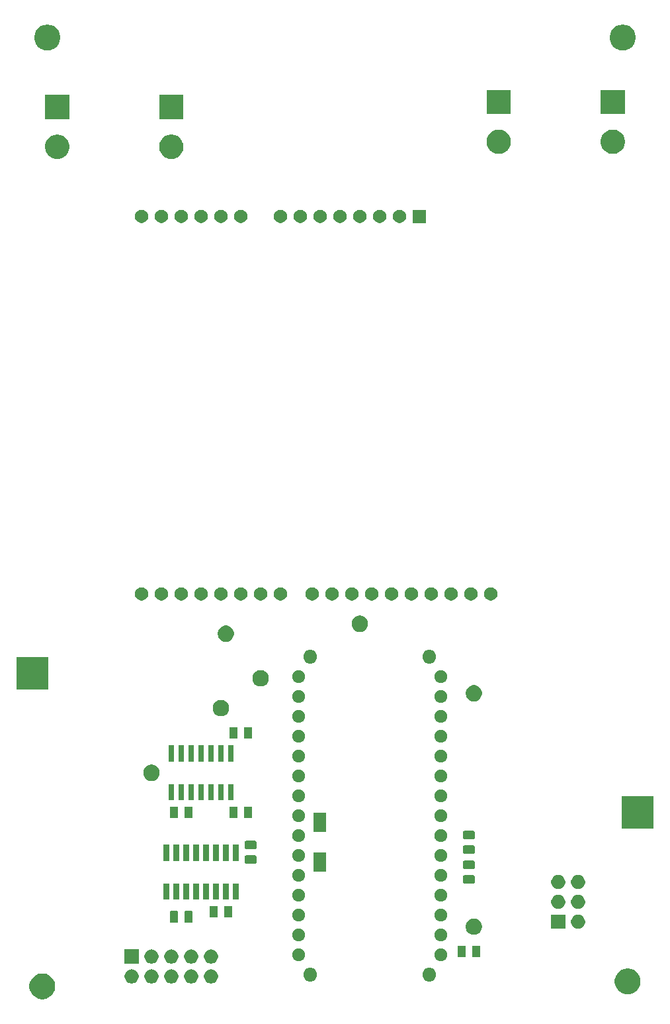
<source format=gbr>
G04 #@! TF.GenerationSoftware,KiCad,Pcbnew,5.1.5+dfsg1-2build2*
G04 #@! TF.CreationDate,2021-11-22T11:52:30+00:00*
G04 #@! TF.ProjectId,PIDController,50494443-6f6e-4747-926f-6c6c65722e6b,rev?*
G04 #@! TF.SameCoordinates,Original*
G04 #@! TF.FileFunction,Soldermask,Top*
G04 #@! TF.FilePolarity,Negative*
%FSLAX46Y46*%
G04 Gerber Fmt 4.6, Leading zero omitted, Abs format (unit mm)*
G04 Created by KiCad (PCBNEW 5.1.5+dfsg1-2build2) date 2021-11-22 11:52:30*
%MOMM*%
%LPD*%
G04 APERTURE LIST*
%ADD10C,0.100000*%
G04 APERTURE END LIST*
D10*
G36*
X109595256Y-151426298D02*
G01*
X109701579Y-151447447D01*
X110002042Y-151571903D01*
X110272451Y-151752585D01*
X110502415Y-151982549D01*
X110661624Y-152220822D01*
X110683098Y-152252960D01*
X110718883Y-152339353D01*
X110807553Y-152553421D01*
X110871000Y-152872391D01*
X110871000Y-153197609D01*
X110807553Y-153516579D01*
X110683097Y-153817042D01*
X110502415Y-154087451D01*
X110272451Y-154317415D01*
X110002042Y-154498097D01*
X109701579Y-154622553D01*
X109595256Y-154643702D01*
X109382611Y-154686000D01*
X109057389Y-154686000D01*
X108844744Y-154643702D01*
X108738421Y-154622553D01*
X108437958Y-154498097D01*
X108167549Y-154317415D01*
X107937585Y-154087451D01*
X107756903Y-153817042D01*
X107632447Y-153516579D01*
X107569000Y-153197609D01*
X107569000Y-152872391D01*
X107632447Y-152553421D01*
X107721117Y-152339353D01*
X107756902Y-152252960D01*
X107778376Y-152220822D01*
X107937585Y-151982549D01*
X108167549Y-151752585D01*
X108437958Y-151571903D01*
X108738421Y-151447447D01*
X108844744Y-151426298D01*
X109057389Y-151384000D01*
X109382611Y-151384000D01*
X109595256Y-151426298D01*
G37*
G36*
X184525256Y-150791298D02*
G01*
X184631579Y-150812447D01*
X184932042Y-150936903D01*
X185202451Y-151117585D01*
X185432415Y-151347549D01*
X185535742Y-151502189D01*
X185613098Y-151617960D01*
X185637246Y-151676258D01*
X185710762Y-151853741D01*
X185737553Y-151918422D01*
X185801000Y-152237389D01*
X185801000Y-152562611D01*
X185780434Y-152666000D01*
X185737553Y-152881579D01*
X185613097Y-153182042D01*
X185432415Y-153452451D01*
X185202451Y-153682415D01*
X184932042Y-153863097D01*
X184631579Y-153987553D01*
X184525256Y-154008702D01*
X184312611Y-154051000D01*
X183987389Y-154051000D01*
X183774744Y-154008702D01*
X183668421Y-153987553D01*
X183367958Y-153863097D01*
X183097549Y-153682415D01*
X182867585Y-153452451D01*
X182686903Y-153182042D01*
X182562447Y-152881579D01*
X182519566Y-152666000D01*
X182499000Y-152562611D01*
X182499000Y-152237389D01*
X182562447Y-151918422D01*
X182589239Y-151853741D01*
X182662754Y-151676258D01*
X182686902Y-151617960D01*
X182764258Y-151502189D01*
X182867585Y-151347549D01*
X183097549Y-151117585D01*
X183367958Y-150936903D01*
X183668421Y-150812447D01*
X183774744Y-150791298D01*
X183987389Y-150749000D01*
X184312611Y-150749000D01*
X184525256Y-150791298D01*
G37*
G36*
X128383512Y-150868927D02*
G01*
X128532812Y-150898624D01*
X128696784Y-150966544D01*
X128844354Y-151065147D01*
X128969853Y-151190646D01*
X129068456Y-151338216D01*
X129136376Y-151502188D01*
X129171000Y-151676259D01*
X129171000Y-151853741D01*
X129136376Y-152027812D01*
X129068456Y-152191784D01*
X128969853Y-152339354D01*
X128844354Y-152464853D01*
X128696784Y-152563456D01*
X128532812Y-152631376D01*
X128383512Y-152661073D01*
X128358742Y-152666000D01*
X128181258Y-152666000D01*
X128156488Y-152661073D01*
X128007188Y-152631376D01*
X127843216Y-152563456D01*
X127695646Y-152464853D01*
X127570147Y-152339354D01*
X127471544Y-152191784D01*
X127403624Y-152027812D01*
X127369000Y-151853741D01*
X127369000Y-151676259D01*
X127403624Y-151502188D01*
X127471544Y-151338216D01*
X127570147Y-151190646D01*
X127695646Y-151065147D01*
X127843216Y-150966544D01*
X128007188Y-150898624D01*
X128156488Y-150868927D01*
X128181258Y-150864000D01*
X128358742Y-150864000D01*
X128383512Y-150868927D01*
G37*
G36*
X125843512Y-150868927D02*
G01*
X125992812Y-150898624D01*
X126156784Y-150966544D01*
X126304354Y-151065147D01*
X126429853Y-151190646D01*
X126528456Y-151338216D01*
X126596376Y-151502188D01*
X126631000Y-151676259D01*
X126631000Y-151853741D01*
X126596376Y-152027812D01*
X126528456Y-152191784D01*
X126429853Y-152339354D01*
X126304354Y-152464853D01*
X126156784Y-152563456D01*
X125992812Y-152631376D01*
X125843512Y-152661073D01*
X125818742Y-152666000D01*
X125641258Y-152666000D01*
X125616488Y-152661073D01*
X125467188Y-152631376D01*
X125303216Y-152563456D01*
X125155646Y-152464853D01*
X125030147Y-152339354D01*
X124931544Y-152191784D01*
X124863624Y-152027812D01*
X124829000Y-151853741D01*
X124829000Y-151676259D01*
X124863624Y-151502188D01*
X124931544Y-151338216D01*
X125030147Y-151190646D01*
X125155646Y-151065147D01*
X125303216Y-150966544D01*
X125467188Y-150898624D01*
X125616488Y-150868927D01*
X125641258Y-150864000D01*
X125818742Y-150864000D01*
X125843512Y-150868927D01*
G37*
G36*
X120763512Y-150868927D02*
G01*
X120912812Y-150898624D01*
X121076784Y-150966544D01*
X121224354Y-151065147D01*
X121349853Y-151190646D01*
X121448456Y-151338216D01*
X121516376Y-151502188D01*
X121551000Y-151676259D01*
X121551000Y-151853741D01*
X121516376Y-152027812D01*
X121448456Y-152191784D01*
X121349853Y-152339354D01*
X121224354Y-152464853D01*
X121076784Y-152563456D01*
X120912812Y-152631376D01*
X120763512Y-152661073D01*
X120738742Y-152666000D01*
X120561258Y-152666000D01*
X120536488Y-152661073D01*
X120387188Y-152631376D01*
X120223216Y-152563456D01*
X120075646Y-152464853D01*
X119950147Y-152339354D01*
X119851544Y-152191784D01*
X119783624Y-152027812D01*
X119749000Y-151853741D01*
X119749000Y-151676259D01*
X119783624Y-151502188D01*
X119851544Y-151338216D01*
X119950147Y-151190646D01*
X120075646Y-151065147D01*
X120223216Y-150966544D01*
X120387188Y-150898624D01*
X120536488Y-150868927D01*
X120561258Y-150864000D01*
X120738742Y-150864000D01*
X120763512Y-150868927D01*
G37*
G36*
X130923512Y-150868927D02*
G01*
X131072812Y-150898624D01*
X131236784Y-150966544D01*
X131384354Y-151065147D01*
X131509853Y-151190646D01*
X131608456Y-151338216D01*
X131676376Y-151502188D01*
X131711000Y-151676259D01*
X131711000Y-151853741D01*
X131676376Y-152027812D01*
X131608456Y-152191784D01*
X131509853Y-152339354D01*
X131384354Y-152464853D01*
X131236784Y-152563456D01*
X131072812Y-152631376D01*
X130923512Y-152661073D01*
X130898742Y-152666000D01*
X130721258Y-152666000D01*
X130696488Y-152661073D01*
X130547188Y-152631376D01*
X130383216Y-152563456D01*
X130235646Y-152464853D01*
X130110147Y-152339354D01*
X130011544Y-152191784D01*
X129943624Y-152027812D01*
X129909000Y-151853741D01*
X129909000Y-151676259D01*
X129943624Y-151502188D01*
X130011544Y-151338216D01*
X130110147Y-151190646D01*
X130235646Y-151065147D01*
X130383216Y-150966544D01*
X130547188Y-150898624D01*
X130696488Y-150868927D01*
X130721258Y-150864000D01*
X130898742Y-150864000D01*
X130923512Y-150868927D01*
G37*
G36*
X123303512Y-150868927D02*
G01*
X123452812Y-150898624D01*
X123616784Y-150966544D01*
X123764354Y-151065147D01*
X123889853Y-151190646D01*
X123988456Y-151338216D01*
X124056376Y-151502188D01*
X124091000Y-151676259D01*
X124091000Y-151853741D01*
X124056376Y-152027812D01*
X123988456Y-152191784D01*
X123889853Y-152339354D01*
X123764354Y-152464853D01*
X123616784Y-152563456D01*
X123452812Y-152631376D01*
X123303512Y-152661073D01*
X123278742Y-152666000D01*
X123101258Y-152666000D01*
X123076488Y-152661073D01*
X122927188Y-152631376D01*
X122763216Y-152563456D01*
X122615646Y-152464853D01*
X122490147Y-152339354D01*
X122391544Y-152191784D01*
X122323624Y-152027812D01*
X122289000Y-151853741D01*
X122289000Y-151676259D01*
X122323624Y-151502188D01*
X122391544Y-151338216D01*
X122490147Y-151190646D01*
X122615646Y-151065147D01*
X122763216Y-150966544D01*
X122927188Y-150898624D01*
X123076488Y-150868927D01*
X123101258Y-150864000D01*
X123278742Y-150864000D01*
X123303512Y-150868927D01*
G37*
G36*
X158920997Y-150680342D02*
G01*
X159005666Y-150697183D01*
X159071738Y-150724551D01*
X159165177Y-150763255D01*
X159308736Y-150859178D01*
X159430822Y-150981264D01*
X159526745Y-151124823D01*
X159592817Y-151284335D01*
X159626500Y-151453671D01*
X159626500Y-151626329D01*
X159592817Y-151795665D01*
X159526745Y-151955177D01*
X159430822Y-152098736D01*
X159308736Y-152220822D01*
X159165177Y-152316745D01*
X159071738Y-152355449D01*
X159005666Y-152382817D01*
X158920997Y-152399658D01*
X158836329Y-152416500D01*
X158663671Y-152416500D01*
X158579003Y-152399658D01*
X158494334Y-152382817D01*
X158428262Y-152355449D01*
X158334823Y-152316745D01*
X158191264Y-152220822D01*
X158069178Y-152098736D01*
X157973255Y-151955177D01*
X157907183Y-151795665D01*
X157873500Y-151626329D01*
X157873500Y-151453671D01*
X157907183Y-151284335D01*
X157973255Y-151124823D01*
X158069178Y-150981264D01*
X158191264Y-150859178D01*
X158334823Y-150763255D01*
X158428262Y-150724551D01*
X158494334Y-150697183D01*
X158579003Y-150680342D01*
X158663671Y-150663500D01*
X158836329Y-150663500D01*
X158920997Y-150680342D01*
G37*
G36*
X143680997Y-150680342D02*
G01*
X143765666Y-150697183D01*
X143831738Y-150724551D01*
X143925177Y-150763255D01*
X144068736Y-150859178D01*
X144190822Y-150981264D01*
X144286745Y-151124823D01*
X144352817Y-151284335D01*
X144386500Y-151453671D01*
X144386500Y-151626329D01*
X144352817Y-151795665D01*
X144286745Y-151955177D01*
X144190822Y-152098736D01*
X144068736Y-152220822D01*
X143925177Y-152316745D01*
X143831738Y-152355449D01*
X143765666Y-152382817D01*
X143680997Y-152399658D01*
X143596329Y-152416500D01*
X143423671Y-152416500D01*
X143339003Y-152399658D01*
X143254334Y-152382817D01*
X143188262Y-152355449D01*
X143094823Y-152316745D01*
X142951264Y-152220822D01*
X142829178Y-152098736D01*
X142733255Y-151955177D01*
X142667183Y-151795665D01*
X142633500Y-151626329D01*
X142633500Y-151453671D01*
X142667183Y-151284335D01*
X142733255Y-151124823D01*
X142829178Y-150981264D01*
X142951264Y-150859178D01*
X143094823Y-150763255D01*
X143188262Y-150724551D01*
X143254334Y-150697183D01*
X143339003Y-150680342D01*
X143423671Y-150663500D01*
X143596329Y-150663500D01*
X143680997Y-150680342D01*
G37*
G36*
X128383512Y-148328927D02*
G01*
X128532812Y-148358624D01*
X128696784Y-148426544D01*
X128844354Y-148525147D01*
X128969853Y-148650646D01*
X129068456Y-148798216D01*
X129136376Y-148962188D01*
X129171000Y-149136259D01*
X129171000Y-149313741D01*
X129136376Y-149487812D01*
X129068456Y-149651784D01*
X128969853Y-149799354D01*
X128844354Y-149924853D01*
X128696784Y-150023456D01*
X128532812Y-150091376D01*
X128383512Y-150121073D01*
X128358742Y-150126000D01*
X128181258Y-150126000D01*
X128156488Y-150121073D01*
X128007188Y-150091376D01*
X127843216Y-150023456D01*
X127695646Y-149924853D01*
X127570147Y-149799354D01*
X127471544Y-149651784D01*
X127403624Y-149487812D01*
X127369000Y-149313741D01*
X127369000Y-149136259D01*
X127403624Y-148962188D01*
X127471544Y-148798216D01*
X127570147Y-148650646D01*
X127695646Y-148525147D01*
X127843216Y-148426544D01*
X128007188Y-148358624D01*
X128156488Y-148328927D01*
X128181258Y-148324000D01*
X128358742Y-148324000D01*
X128383512Y-148328927D01*
G37*
G36*
X121551000Y-150126000D02*
G01*
X119749000Y-150126000D01*
X119749000Y-148324000D01*
X121551000Y-148324000D01*
X121551000Y-150126000D01*
G37*
G36*
X130923512Y-148328927D02*
G01*
X131072812Y-148358624D01*
X131236784Y-148426544D01*
X131384354Y-148525147D01*
X131509853Y-148650646D01*
X131608456Y-148798216D01*
X131676376Y-148962188D01*
X131711000Y-149136259D01*
X131711000Y-149313741D01*
X131676376Y-149487812D01*
X131608456Y-149651784D01*
X131509853Y-149799354D01*
X131384354Y-149924853D01*
X131236784Y-150023456D01*
X131072812Y-150091376D01*
X130923512Y-150121073D01*
X130898742Y-150126000D01*
X130721258Y-150126000D01*
X130696488Y-150121073D01*
X130547188Y-150091376D01*
X130383216Y-150023456D01*
X130235646Y-149924853D01*
X130110147Y-149799354D01*
X130011544Y-149651784D01*
X129943624Y-149487812D01*
X129909000Y-149313741D01*
X129909000Y-149136259D01*
X129943624Y-148962188D01*
X130011544Y-148798216D01*
X130110147Y-148650646D01*
X130235646Y-148525147D01*
X130383216Y-148426544D01*
X130547188Y-148358624D01*
X130696488Y-148328927D01*
X130721258Y-148324000D01*
X130898742Y-148324000D01*
X130923512Y-148328927D01*
G37*
G36*
X125843512Y-148328927D02*
G01*
X125992812Y-148358624D01*
X126156784Y-148426544D01*
X126304354Y-148525147D01*
X126429853Y-148650646D01*
X126528456Y-148798216D01*
X126596376Y-148962188D01*
X126631000Y-149136259D01*
X126631000Y-149313741D01*
X126596376Y-149487812D01*
X126528456Y-149651784D01*
X126429853Y-149799354D01*
X126304354Y-149924853D01*
X126156784Y-150023456D01*
X125992812Y-150091376D01*
X125843512Y-150121073D01*
X125818742Y-150126000D01*
X125641258Y-150126000D01*
X125616488Y-150121073D01*
X125467188Y-150091376D01*
X125303216Y-150023456D01*
X125155646Y-149924853D01*
X125030147Y-149799354D01*
X124931544Y-149651784D01*
X124863624Y-149487812D01*
X124829000Y-149313741D01*
X124829000Y-149136259D01*
X124863624Y-148962188D01*
X124931544Y-148798216D01*
X125030147Y-148650646D01*
X125155646Y-148525147D01*
X125303216Y-148426544D01*
X125467188Y-148358624D01*
X125616488Y-148328927D01*
X125641258Y-148324000D01*
X125818742Y-148324000D01*
X125843512Y-148328927D01*
G37*
G36*
X123303512Y-148328927D02*
G01*
X123452812Y-148358624D01*
X123616784Y-148426544D01*
X123764354Y-148525147D01*
X123889853Y-148650646D01*
X123988456Y-148798216D01*
X124056376Y-148962188D01*
X124091000Y-149136259D01*
X124091000Y-149313741D01*
X124056376Y-149487812D01*
X123988456Y-149651784D01*
X123889853Y-149799354D01*
X123764354Y-149924853D01*
X123616784Y-150023456D01*
X123452812Y-150091376D01*
X123303512Y-150121073D01*
X123278742Y-150126000D01*
X123101258Y-150126000D01*
X123076488Y-150121073D01*
X122927188Y-150091376D01*
X122763216Y-150023456D01*
X122615646Y-149924853D01*
X122490147Y-149799354D01*
X122391544Y-149651784D01*
X122323624Y-149487812D01*
X122289000Y-149313741D01*
X122289000Y-149136259D01*
X122323624Y-148962188D01*
X122391544Y-148798216D01*
X122490147Y-148650646D01*
X122615646Y-148525147D01*
X122763216Y-148426544D01*
X122927188Y-148358624D01*
X123076488Y-148328927D01*
X123101258Y-148324000D01*
X123278742Y-148324000D01*
X123303512Y-148328927D01*
G37*
G36*
X160472394Y-148200934D02*
G01*
X160623624Y-148263576D01*
X160623626Y-148263577D01*
X160759732Y-148354520D01*
X160875480Y-148470268D01*
X160966423Y-148606374D01*
X160966424Y-148606376D01*
X161029066Y-148757606D01*
X161061000Y-148918152D01*
X161061000Y-149081848D01*
X161029066Y-149242394D01*
X160966424Y-149393624D01*
X160966423Y-149393626D01*
X160875480Y-149529732D01*
X160759732Y-149645480D01*
X160623626Y-149736423D01*
X160623625Y-149736424D01*
X160623624Y-149736424D01*
X160472394Y-149799066D01*
X160311848Y-149831000D01*
X160148152Y-149831000D01*
X159987606Y-149799066D01*
X159836376Y-149736424D01*
X159836375Y-149736424D01*
X159836374Y-149736423D01*
X159700268Y-149645480D01*
X159584520Y-149529732D01*
X159493577Y-149393626D01*
X159493576Y-149393624D01*
X159430934Y-149242394D01*
X159399000Y-149081848D01*
X159399000Y-148918152D01*
X159430934Y-148757606D01*
X159493576Y-148606376D01*
X159493577Y-148606374D01*
X159584520Y-148470268D01*
X159700268Y-148354520D01*
X159836374Y-148263577D01*
X159836376Y-148263576D01*
X159987606Y-148200934D01*
X160148152Y-148169000D01*
X160311848Y-148169000D01*
X160472394Y-148200934D01*
G37*
G36*
X142272394Y-148200934D02*
G01*
X142423624Y-148263576D01*
X142423626Y-148263577D01*
X142559732Y-148354520D01*
X142675480Y-148470268D01*
X142766423Y-148606374D01*
X142766424Y-148606376D01*
X142829066Y-148757606D01*
X142861000Y-148918152D01*
X142861000Y-149081848D01*
X142829066Y-149242394D01*
X142766424Y-149393624D01*
X142766423Y-149393626D01*
X142675480Y-149529732D01*
X142559732Y-149645480D01*
X142423626Y-149736423D01*
X142423625Y-149736424D01*
X142423624Y-149736424D01*
X142272394Y-149799066D01*
X142111848Y-149831000D01*
X141948152Y-149831000D01*
X141787606Y-149799066D01*
X141636376Y-149736424D01*
X141636375Y-149736424D01*
X141636374Y-149736423D01*
X141500268Y-149645480D01*
X141384520Y-149529732D01*
X141293577Y-149393626D01*
X141293576Y-149393624D01*
X141230934Y-149242394D01*
X141199000Y-149081848D01*
X141199000Y-148918152D01*
X141230934Y-148757606D01*
X141293576Y-148606376D01*
X141293577Y-148606374D01*
X141384520Y-148470268D01*
X141500268Y-148354520D01*
X141636374Y-148263577D01*
X141636376Y-148263576D01*
X141787606Y-148200934D01*
X141948152Y-148169000D01*
X142111848Y-148169000D01*
X142272394Y-148200934D01*
G37*
G36*
X165139468Y-147843565D02*
G01*
X165178138Y-147855296D01*
X165213777Y-147874346D01*
X165245017Y-147899983D01*
X165270654Y-147931223D01*
X165289704Y-147966862D01*
X165301435Y-148005532D01*
X165306000Y-148051888D01*
X165306000Y-149128112D01*
X165301435Y-149174468D01*
X165289704Y-149213138D01*
X165270654Y-149248777D01*
X165245017Y-149280017D01*
X165213777Y-149305654D01*
X165178138Y-149324704D01*
X165139468Y-149336435D01*
X165093112Y-149341000D01*
X164441888Y-149341000D01*
X164395532Y-149336435D01*
X164356862Y-149324704D01*
X164321223Y-149305654D01*
X164289983Y-149280017D01*
X164264346Y-149248777D01*
X164245296Y-149213138D01*
X164233565Y-149174468D01*
X164229000Y-149128112D01*
X164229000Y-148051888D01*
X164233565Y-148005532D01*
X164245296Y-147966862D01*
X164264346Y-147931223D01*
X164289983Y-147899983D01*
X164321223Y-147874346D01*
X164356862Y-147855296D01*
X164395532Y-147843565D01*
X164441888Y-147839000D01*
X165093112Y-147839000D01*
X165139468Y-147843565D01*
G37*
G36*
X163264468Y-147843565D02*
G01*
X163303138Y-147855296D01*
X163338777Y-147874346D01*
X163370017Y-147899983D01*
X163395654Y-147931223D01*
X163414704Y-147966862D01*
X163426435Y-148005532D01*
X163431000Y-148051888D01*
X163431000Y-149128112D01*
X163426435Y-149174468D01*
X163414704Y-149213138D01*
X163395654Y-149248777D01*
X163370017Y-149280017D01*
X163338777Y-149305654D01*
X163303138Y-149324704D01*
X163264468Y-149336435D01*
X163218112Y-149341000D01*
X162566888Y-149341000D01*
X162520532Y-149336435D01*
X162481862Y-149324704D01*
X162446223Y-149305654D01*
X162414983Y-149280017D01*
X162389346Y-149248777D01*
X162370296Y-149213138D01*
X162358565Y-149174468D01*
X162354000Y-149128112D01*
X162354000Y-148051888D01*
X162358565Y-148005532D01*
X162370296Y-147966862D01*
X162389346Y-147931223D01*
X162414983Y-147899983D01*
X162446223Y-147874346D01*
X162481862Y-147855296D01*
X162520532Y-147843565D01*
X162566888Y-147839000D01*
X163218112Y-147839000D01*
X163264468Y-147843565D01*
G37*
G36*
X160472394Y-145660934D02*
G01*
X160618769Y-145721565D01*
X160623626Y-145723577D01*
X160759732Y-145814520D01*
X160875480Y-145930268D01*
X160966423Y-146066374D01*
X160966424Y-146066376D01*
X161029066Y-146217606D01*
X161061000Y-146378152D01*
X161061000Y-146541848D01*
X161029066Y-146702394D01*
X160966424Y-146853624D01*
X160966423Y-146853626D01*
X160875480Y-146989732D01*
X160759732Y-147105480D01*
X160623626Y-147196423D01*
X160623625Y-147196424D01*
X160623624Y-147196424D01*
X160472394Y-147259066D01*
X160311848Y-147291000D01*
X160148152Y-147291000D01*
X159987606Y-147259066D01*
X159836376Y-147196424D01*
X159836375Y-147196424D01*
X159836374Y-147196423D01*
X159700268Y-147105480D01*
X159584520Y-146989732D01*
X159493577Y-146853626D01*
X159493576Y-146853624D01*
X159430934Y-146702394D01*
X159399000Y-146541848D01*
X159399000Y-146378152D01*
X159430934Y-146217606D01*
X159493576Y-146066376D01*
X159493577Y-146066374D01*
X159584520Y-145930268D01*
X159700268Y-145814520D01*
X159836374Y-145723577D01*
X159841231Y-145721565D01*
X159987606Y-145660934D01*
X160148152Y-145629000D01*
X160311848Y-145629000D01*
X160472394Y-145660934D01*
G37*
G36*
X142272394Y-145660934D02*
G01*
X142418769Y-145721565D01*
X142423626Y-145723577D01*
X142559732Y-145814520D01*
X142675480Y-145930268D01*
X142766423Y-146066374D01*
X142766424Y-146066376D01*
X142829066Y-146217606D01*
X142861000Y-146378152D01*
X142861000Y-146541848D01*
X142829066Y-146702394D01*
X142766424Y-146853624D01*
X142766423Y-146853626D01*
X142675480Y-146989732D01*
X142559732Y-147105480D01*
X142423626Y-147196423D01*
X142423625Y-147196424D01*
X142423624Y-147196424D01*
X142272394Y-147259066D01*
X142111848Y-147291000D01*
X141948152Y-147291000D01*
X141787606Y-147259066D01*
X141636376Y-147196424D01*
X141636375Y-147196424D01*
X141636374Y-147196423D01*
X141500268Y-147105480D01*
X141384520Y-146989732D01*
X141293577Y-146853626D01*
X141293576Y-146853624D01*
X141230934Y-146702394D01*
X141199000Y-146541848D01*
X141199000Y-146378152D01*
X141230934Y-146217606D01*
X141293576Y-146066376D01*
X141293577Y-146066374D01*
X141384520Y-145930268D01*
X141500268Y-145814520D01*
X141636374Y-145723577D01*
X141641231Y-145721565D01*
X141787606Y-145660934D01*
X141948152Y-145629000D01*
X142111848Y-145629000D01*
X142272394Y-145660934D01*
G37*
G36*
X164771564Y-144404389D02*
G01*
X164962833Y-144483615D01*
X164962835Y-144483616D01*
X165134973Y-144598635D01*
X165281365Y-144745027D01*
X165379192Y-144891435D01*
X165396385Y-144917167D01*
X165475611Y-145108436D01*
X165516000Y-145311484D01*
X165516000Y-145518516D01*
X165475611Y-145721564D01*
X165474777Y-145723577D01*
X165396384Y-145912835D01*
X165281365Y-146084973D01*
X165134973Y-146231365D01*
X164962835Y-146346384D01*
X164962834Y-146346385D01*
X164962833Y-146346385D01*
X164771564Y-146425611D01*
X164568516Y-146466000D01*
X164361484Y-146466000D01*
X164158436Y-146425611D01*
X163967167Y-146346385D01*
X163967166Y-146346385D01*
X163967165Y-146346384D01*
X163795027Y-146231365D01*
X163648635Y-146084973D01*
X163533616Y-145912835D01*
X163455223Y-145723577D01*
X163454389Y-145721564D01*
X163414000Y-145518516D01*
X163414000Y-145311484D01*
X163454389Y-145108436D01*
X163533615Y-144917167D01*
X163550809Y-144891435D01*
X163648635Y-144745027D01*
X163795027Y-144598635D01*
X163967165Y-144483616D01*
X163967167Y-144483615D01*
X164158436Y-144404389D01*
X164361484Y-144364000D01*
X164568516Y-144364000D01*
X164771564Y-144404389D01*
G37*
G36*
X176161000Y-145681000D02*
G01*
X174359000Y-145681000D01*
X174359000Y-143879000D01*
X176161000Y-143879000D01*
X176161000Y-145681000D01*
G37*
G36*
X177913512Y-143883927D02*
G01*
X178062812Y-143913624D01*
X178226784Y-143981544D01*
X178374354Y-144080147D01*
X178499853Y-144205646D01*
X178598456Y-144353216D01*
X178666376Y-144517188D01*
X178701000Y-144691259D01*
X178701000Y-144868741D01*
X178666376Y-145042812D01*
X178598456Y-145206784D01*
X178499853Y-145354354D01*
X178374354Y-145479853D01*
X178226784Y-145578456D01*
X178062812Y-145646376D01*
X177913512Y-145676073D01*
X177888742Y-145681000D01*
X177711258Y-145681000D01*
X177686488Y-145676073D01*
X177537188Y-145646376D01*
X177373216Y-145578456D01*
X177225646Y-145479853D01*
X177100147Y-145354354D01*
X177001544Y-145206784D01*
X176933624Y-145042812D01*
X176899000Y-144868741D01*
X176899000Y-144691259D01*
X176933624Y-144517188D01*
X177001544Y-144353216D01*
X177100147Y-144205646D01*
X177225646Y-144080147D01*
X177373216Y-143981544D01*
X177537188Y-143913624D01*
X177686488Y-143883927D01*
X177711258Y-143879000D01*
X177888742Y-143879000D01*
X177913512Y-143883927D01*
G37*
G36*
X128309468Y-143398565D02*
G01*
X128348138Y-143410296D01*
X128383777Y-143429346D01*
X128415017Y-143454983D01*
X128440654Y-143486223D01*
X128459704Y-143521862D01*
X128471435Y-143560532D01*
X128476000Y-143606888D01*
X128476000Y-144683112D01*
X128471435Y-144729468D01*
X128459704Y-144768138D01*
X128440654Y-144803777D01*
X128415017Y-144835017D01*
X128383777Y-144860654D01*
X128348138Y-144879704D01*
X128309468Y-144891435D01*
X128263112Y-144896000D01*
X127611888Y-144896000D01*
X127565532Y-144891435D01*
X127526862Y-144879704D01*
X127491223Y-144860654D01*
X127459983Y-144835017D01*
X127434346Y-144803777D01*
X127415296Y-144768138D01*
X127403565Y-144729468D01*
X127399000Y-144683112D01*
X127399000Y-143606888D01*
X127403565Y-143560532D01*
X127415296Y-143521862D01*
X127434346Y-143486223D01*
X127459983Y-143454983D01*
X127491223Y-143429346D01*
X127526862Y-143410296D01*
X127565532Y-143398565D01*
X127611888Y-143394000D01*
X128263112Y-143394000D01*
X128309468Y-143398565D01*
G37*
G36*
X126434468Y-143398565D02*
G01*
X126473138Y-143410296D01*
X126508777Y-143429346D01*
X126540017Y-143454983D01*
X126565654Y-143486223D01*
X126584704Y-143521862D01*
X126596435Y-143560532D01*
X126601000Y-143606888D01*
X126601000Y-144683112D01*
X126596435Y-144729468D01*
X126584704Y-144768138D01*
X126565654Y-144803777D01*
X126540017Y-144835017D01*
X126508777Y-144860654D01*
X126473138Y-144879704D01*
X126434468Y-144891435D01*
X126388112Y-144896000D01*
X125736888Y-144896000D01*
X125690532Y-144891435D01*
X125651862Y-144879704D01*
X125616223Y-144860654D01*
X125584983Y-144835017D01*
X125559346Y-144803777D01*
X125540296Y-144768138D01*
X125528565Y-144729468D01*
X125524000Y-144683112D01*
X125524000Y-143606888D01*
X125528565Y-143560532D01*
X125540296Y-143521862D01*
X125559346Y-143486223D01*
X125584983Y-143454983D01*
X125616223Y-143429346D01*
X125651862Y-143410296D01*
X125690532Y-143398565D01*
X125736888Y-143394000D01*
X126388112Y-143394000D01*
X126434468Y-143398565D01*
G37*
G36*
X142272394Y-143120934D02*
G01*
X142423624Y-143183576D01*
X142423626Y-143183577D01*
X142559732Y-143274520D01*
X142675480Y-143390268D01*
X142763408Y-143521862D01*
X142766424Y-143526376D01*
X142829066Y-143677606D01*
X142861000Y-143838152D01*
X142861000Y-144001848D01*
X142829066Y-144162394D01*
X142766424Y-144313624D01*
X142766423Y-144313626D01*
X142675480Y-144449732D01*
X142559732Y-144565480D01*
X142423626Y-144656423D01*
X142423625Y-144656424D01*
X142423624Y-144656424D01*
X142272394Y-144719066D01*
X142111848Y-144751000D01*
X141948152Y-144751000D01*
X141787606Y-144719066D01*
X141636376Y-144656424D01*
X141636375Y-144656424D01*
X141636374Y-144656423D01*
X141500268Y-144565480D01*
X141384520Y-144449732D01*
X141293577Y-144313626D01*
X141293576Y-144313624D01*
X141230934Y-144162394D01*
X141199000Y-144001848D01*
X141199000Y-143838152D01*
X141230934Y-143677606D01*
X141293576Y-143526376D01*
X141296592Y-143521862D01*
X141384520Y-143390268D01*
X141500268Y-143274520D01*
X141636374Y-143183577D01*
X141636376Y-143183576D01*
X141787606Y-143120934D01*
X141948152Y-143089000D01*
X142111848Y-143089000D01*
X142272394Y-143120934D01*
G37*
G36*
X160472394Y-143120934D02*
G01*
X160623624Y-143183576D01*
X160623626Y-143183577D01*
X160759732Y-143274520D01*
X160875480Y-143390268D01*
X160963408Y-143521862D01*
X160966424Y-143526376D01*
X161029066Y-143677606D01*
X161061000Y-143838152D01*
X161061000Y-144001848D01*
X161029066Y-144162394D01*
X160966424Y-144313624D01*
X160966423Y-144313626D01*
X160875480Y-144449732D01*
X160759732Y-144565480D01*
X160623626Y-144656423D01*
X160623625Y-144656424D01*
X160623624Y-144656424D01*
X160472394Y-144719066D01*
X160311848Y-144751000D01*
X160148152Y-144751000D01*
X159987606Y-144719066D01*
X159836376Y-144656424D01*
X159836375Y-144656424D01*
X159836374Y-144656423D01*
X159700268Y-144565480D01*
X159584520Y-144449732D01*
X159493577Y-144313626D01*
X159493576Y-144313624D01*
X159430934Y-144162394D01*
X159399000Y-144001848D01*
X159399000Y-143838152D01*
X159430934Y-143677606D01*
X159493576Y-143526376D01*
X159496592Y-143521862D01*
X159584520Y-143390268D01*
X159700268Y-143274520D01*
X159836374Y-143183577D01*
X159836376Y-143183576D01*
X159987606Y-143120934D01*
X160148152Y-143089000D01*
X160311848Y-143089000D01*
X160472394Y-143120934D01*
G37*
G36*
X131514468Y-142763565D02*
G01*
X131553138Y-142775296D01*
X131588777Y-142794346D01*
X131620017Y-142819983D01*
X131645654Y-142851223D01*
X131664704Y-142886862D01*
X131676435Y-142925532D01*
X131681000Y-142971888D01*
X131681000Y-144048112D01*
X131676435Y-144094468D01*
X131664704Y-144133138D01*
X131645654Y-144168777D01*
X131620017Y-144200017D01*
X131588777Y-144225654D01*
X131553138Y-144244704D01*
X131514468Y-144256435D01*
X131468112Y-144261000D01*
X130816888Y-144261000D01*
X130770532Y-144256435D01*
X130731862Y-144244704D01*
X130696223Y-144225654D01*
X130664983Y-144200017D01*
X130639346Y-144168777D01*
X130620296Y-144133138D01*
X130608565Y-144094468D01*
X130604000Y-144048112D01*
X130604000Y-142971888D01*
X130608565Y-142925532D01*
X130620296Y-142886862D01*
X130639346Y-142851223D01*
X130664983Y-142819983D01*
X130696223Y-142794346D01*
X130731862Y-142775296D01*
X130770532Y-142763565D01*
X130816888Y-142759000D01*
X131468112Y-142759000D01*
X131514468Y-142763565D01*
G37*
G36*
X133389468Y-142763565D02*
G01*
X133428138Y-142775296D01*
X133463777Y-142794346D01*
X133495017Y-142819983D01*
X133520654Y-142851223D01*
X133539704Y-142886862D01*
X133551435Y-142925532D01*
X133556000Y-142971888D01*
X133556000Y-144048112D01*
X133551435Y-144094468D01*
X133539704Y-144133138D01*
X133520654Y-144168777D01*
X133495017Y-144200017D01*
X133463777Y-144225654D01*
X133428138Y-144244704D01*
X133389468Y-144256435D01*
X133343112Y-144261000D01*
X132691888Y-144261000D01*
X132645532Y-144256435D01*
X132606862Y-144244704D01*
X132571223Y-144225654D01*
X132539983Y-144200017D01*
X132514346Y-144168777D01*
X132495296Y-144133138D01*
X132483565Y-144094468D01*
X132479000Y-144048112D01*
X132479000Y-142971888D01*
X132483565Y-142925532D01*
X132495296Y-142886862D01*
X132514346Y-142851223D01*
X132539983Y-142819983D01*
X132571223Y-142794346D01*
X132606862Y-142775296D01*
X132645532Y-142763565D01*
X132691888Y-142759000D01*
X133343112Y-142759000D01*
X133389468Y-142763565D01*
G37*
G36*
X175373512Y-141343927D02*
G01*
X175522812Y-141373624D01*
X175686784Y-141441544D01*
X175834354Y-141540147D01*
X175959853Y-141665646D01*
X176058456Y-141813216D01*
X176126376Y-141977188D01*
X176161000Y-142151259D01*
X176161000Y-142328741D01*
X176126376Y-142502812D01*
X176058456Y-142666784D01*
X175959853Y-142814354D01*
X175834354Y-142939853D01*
X175686784Y-143038456D01*
X175522812Y-143106376D01*
X175373512Y-143136073D01*
X175348742Y-143141000D01*
X175171258Y-143141000D01*
X175146488Y-143136073D01*
X174997188Y-143106376D01*
X174833216Y-143038456D01*
X174685646Y-142939853D01*
X174560147Y-142814354D01*
X174461544Y-142666784D01*
X174393624Y-142502812D01*
X174359000Y-142328741D01*
X174359000Y-142151259D01*
X174393624Y-141977188D01*
X174461544Y-141813216D01*
X174560147Y-141665646D01*
X174685646Y-141540147D01*
X174833216Y-141441544D01*
X174997188Y-141373624D01*
X175146488Y-141343927D01*
X175171258Y-141339000D01*
X175348742Y-141339000D01*
X175373512Y-141343927D01*
G37*
G36*
X177913512Y-141343927D02*
G01*
X178062812Y-141373624D01*
X178226784Y-141441544D01*
X178374354Y-141540147D01*
X178499853Y-141665646D01*
X178598456Y-141813216D01*
X178666376Y-141977188D01*
X178701000Y-142151259D01*
X178701000Y-142328741D01*
X178666376Y-142502812D01*
X178598456Y-142666784D01*
X178499853Y-142814354D01*
X178374354Y-142939853D01*
X178226784Y-143038456D01*
X178062812Y-143106376D01*
X177913512Y-143136073D01*
X177888742Y-143141000D01*
X177711258Y-143141000D01*
X177686488Y-143136073D01*
X177537188Y-143106376D01*
X177373216Y-143038456D01*
X177225646Y-142939853D01*
X177100147Y-142814354D01*
X177001544Y-142666784D01*
X176933624Y-142502812D01*
X176899000Y-142328741D01*
X176899000Y-142151259D01*
X176933624Y-141977188D01*
X177001544Y-141813216D01*
X177100147Y-141665646D01*
X177225646Y-141540147D01*
X177373216Y-141441544D01*
X177537188Y-141373624D01*
X177686488Y-141343927D01*
X177711258Y-141339000D01*
X177888742Y-141339000D01*
X177913512Y-141343927D01*
G37*
G36*
X142272394Y-140580934D02*
G01*
X142423624Y-140643576D01*
X142423626Y-140643577D01*
X142559732Y-140734520D01*
X142675480Y-140850268D01*
X142766423Y-140986374D01*
X142766424Y-140986376D01*
X142829066Y-141137606D01*
X142861000Y-141298152D01*
X142861000Y-141461848D01*
X142829066Y-141622394D01*
X142766424Y-141773624D01*
X142766423Y-141773626D01*
X142675480Y-141909732D01*
X142559732Y-142025480D01*
X142423626Y-142116423D01*
X142423625Y-142116424D01*
X142423624Y-142116424D01*
X142272394Y-142179066D01*
X142111848Y-142211000D01*
X141948152Y-142211000D01*
X141787606Y-142179066D01*
X141636376Y-142116424D01*
X141636375Y-142116424D01*
X141636374Y-142116423D01*
X141500268Y-142025480D01*
X141384520Y-141909732D01*
X141293577Y-141773626D01*
X141293576Y-141773624D01*
X141230934Y-141622394D01*
X141199000Y-141461848D01*
X141199000Y-141298152D01*
X141230934Y-141137606D01*
X141293576Y-140986376D01*
X141293577Y-140986374D01*
X141384520Y-140850268D01*
X141500268Y-140734520D01*
X141636374Y-140643577D01*
X141636376Y-140643576D01*
X141787606Y-140580934D01*
X141948152Y-140549000D01*
X142111848Y-140549000D01*
X142272394Y-140580934D01*
G37*
G36*
X160472394Y-140580934D02*
G01*
X160623624Y-140643576D01*
X160623626Y-140643577D01*
X160759732Y-140734520D01*
X160875480Y-140850268D01*
X160966423Y-140986374D01*
X160966424Y-140986376D01*
X161029066Y-141137606D01*
X161061000Y-141298152D01*
X161061000Y-141461848D01*
X161029066Y-141622394D01*
X160966424Y-141773624D01*
X160966423Y-141773626D01*
X160875480Y-141909732D01*
X160759732Y-142025480D01*
X160623626Y-142116423D01*
X160623625Y-142116424D01*
X160623624Y-142116424D01*
X160472394Y-142179066D01*
X160311848Y-142211000D01*
X160148152Y-142211000D01*
X159987606Y-142179066D01*
X159836376Y-142116424D01*
X159836375Y-142116424D01*
X159836374Y-142116423D01*
X159700268Y-142025480D01*
X159584520Y-141909732D01*
X159493577Y-141773626D01*
X159493576Y-141773624D01*
X159430934Y-141622394D01*
X159399000Y-141461848D01*
X159399000Y-141298152D01*
X159430934Y-141137606D01*
X159493576Y-140986376D01*
X159493577Y-140986374D01*
X159584520Y-140850268D01*
X159700268Y-140734520D01*
X159836374Y-140643577D01*
X159836376Y-140643576D01*
X159987606Y-140580934D01*
X160148152Y-140549000D01*
X160311848Y-140549000D01*
X160472394Y-140580934D01*
G37*
G36*
X126716000Y-141941000D02*
G01*
X126014000Y-141941000D01*
X126014000Y-139869000D01*
X126716000Y-139869000D01*
X126716000Y-141941000D01*
G37*
G36*
X134336000Y-141941000D02*
G01*
X133634000Y-141941000D01*
X133634000Y-139869000D01*
X134336000Y-139869000D01*
X134336000Y-141941000D01*
G37*
G36*
X127986000Y-141941000D02*
G01*
X127284000Y-141941000D01*
X127284000Y-139869000D01*
X127986000Y-139869000D01*
X127986000Y-141941000D01*
G37*
G36*
X129256000Y-141941000D02*
G01*
X128554000Y-141941000D01*
X128554000Y-139869000D01*
X129256000Y-139869000D01*
X129256000Y-141941000D01*
G37*
G36*
X131796000Y-141941000D02*
G01*
X131094000Y-141941000D01*
X131094000Y-139869000D01*
X131796000Y-139869000D01*
X131796000Y-141941000D01*
G37*
G36*
X125446000Y-141941000D02*
G01*
X124744000Y-141941000D01*
X124744000Y-139869000D01*
X125446000Y-139869000D01*
X125446000Y-141941000D01*
G37*
G36*
X133066000Y-141941000D02*
G01*
X132364000Y-141941000D01*
X132364000Y-139869000D01*
X133066000Y-139869000D01*
X133066000Y-141941000D01*
G37*
G36*
X130526000Y-141941000D02*
G01*
X129824000Y-141941000D01*
X129824000Y-139869000D01*
X130526000Y-139869000D01*
X130526000Y-141941000D01*
G37*
G36*
X175373512Y-138803927D02*
G01*
X175522812Y-138833624D01*
X175686784Y-138901544D01*
X175834354Y-139000147D01*
X175959853Y-139125646D01*
X176058456Y-139273216D01*
X176126376Y-139437188D01*
X176161000Y-139611259D01*
X176161000Y-139788741D01*
X176126376Y-139962812D01*
X176058456Y-140126784D01*
X175959853Y-140274354D01*
X175834354Y-140399853D01*
X175686784Y-140498456D01*
X175522812Y-140566376D01*
X175373512Y-140596073D01*
X175348742Y-140601000D01*
X175171258Y-140601000D01*
X175146488Y-140596073D01*
X174997188Y-140566376D01*
X174833216Y-140498456D01*
X174685646Y-140399853D01*
X174560147Y-140274354D01*
X174461544Y-140126784D01*
X174393624Y-139962812D01*
X174359000Y-139788741D01*
X174359000Y-139611259D01*
X174393624Y-139437188D01*
X174461544Y-139273216D01*
X174560147Y-139125646D01*
X174685646Y-139000147D01*
X174833216Y-138901544D01*
X174997188Y-138833624D01*
X175146488Y-138803927D01*
X175171258Y-138799000D01*
X175348742Y-138799000D01*
X175373512Y-138803927D01*
G37*
G36*
X177913512Y-138803927D02*
G01*
X178062812Y-138833624D01*
X178226784Y-138901544D01*
X178374354Y-139000147D01*
X178499853Y-139125646D01*
X178598456Y-139273216D01*
X178666376Y-139437188D01*
X178701000Y-139611259D01*
X178701000Y-139788741D01*
X178666376Y-139962812D01*
X178598456Y-140126784D01*
X178499853Y-140274354D01*
X178374354Y-140399853D01*
X178226784Y-140498456D01*
X178062812Y-140566376D01*
X177913512Y-140596073D01*
X177888742Y-140601000D01*
X177711258Y-140601000D01*
X177686488Y-140596073D01*
X177537188Y-140566376D01*
X177373216Y-140498456D01*
X177225646Y-140399853D01*
X177100147Y-140274354D01*
X177001544Y-140126784D01*
X176933624Y-139962812D01*
X176899000Y-139788741D01*
X176899000Y-139611259D01*
X176933624Y-139437188D01*
X177001544Y-139273216D01*
X177100147Y-139125646D01*
X177225646Y-139000147D01*
X177373216Y-138901544D01*
X177537188Y-138833624D01*
X177686488Y-138803927D01*
X177711258Y-138799000D01*
X177888742Y-138799000D01*
X177913512Y-138803927D01*
G37*
G36*
X164414468Y-138833565D02*
G01*
X164453138Y-138845296D01*
X164488777Y-138864346D01*
X164520017Y-138889983D01*
X164545654Y-138921223D01*
X164564704Y-138956862D01*
X164576435Y-138995532D01*
X164581000Y-139041888D01*
X164581000Y-139693112D01*
X164576435Y-139739468D01*
X164564704Y-139778138D01*
X164545654Y-139813777D01*
X164520017Y-139845017D01*
X164488777Y-139870654D01*
X164453138Y-139889704D01*
X164414468Y-139901435D01*
X164368112Y-139906000D01*
X163291888Y-139906000D01*
X163245532Y-139901435D01*
X163206862Y-139889704D01*
X163171223Y-139870654D01*
X163139983Y-139845017D01*
X163114346Y-139813777D01*
X163095296Y-139778138D01*
X163083565Y-139739468D01*
X163079000Y-139693112D01*
X163079000Y-139041888D01*
X163083565Y-138995532D01*
X163095296Y-138956862D01*
X163114346Y-138921223D01*
X163139983Y-138889983D01*
X163171223Y-138864346D01*
X163206862Y-138845296D01*
X163245532Y-138833565D01*
X163291888Y-138829000D01*
X164368112Y-138829000D01*
X164414468Y-138833565D01*
G37*
G36*
X160472394Y-138040934D02*
G01*
X160623624Y-138103576D01*
X160623626Y-138103577D01*
X160759732Y-138194520D01*
X160875480Y-138310268D01*
X160966423Y-138446374D01*
X160966424Y-138446376D01*
X161029066Y-138597606D01*
X161061000Y-138758152D01*
X161061000Y-138921848D01*
X161029066Y-139082394D01*
X160966424Y-139233624D01*
X160966423Y-139233626D01*
X160875480Y-139369732D01*
X160759732Y-139485480D01*
X160623626Y-139576423D01*
X160623625Y-139576424D01*
X160623624Y-139576424D01*
X160472394Y-139639066D01*
X160311848Y-139671000D01*
X160148152Y-139671000D01*
X159987606Y-139639066D01*
X159836376Y-139576424D01*
X159836375Y-139576424D01*
X159836374Y-139576423D01*
X159700268Y-139485480D01*
X159584520Y-139369732D01*
X159493577Y-139233626D01*
X159493576Y-139233624D01*
X159430934Y-139082394D01*
X159399000Y-138921848D01*
X159399000Y-138758152D01*
X159430934Y-138597606D01*
X159493576Y-138446376D01*
X159493577Y-138446374D01*
X159584520Y-138310268D01*
X159700268Y-138194520D01*
X159836374Y-138103577D01*
X159836376Y-138103576D01*
X159987606Y-138040934D01*
X160148152Y-138009000D01*
X160311848Y-138009000D01*
X160472394Y-138040934D01*
G37*
G36*
X142272394Y-138040934D02*
G01*
X142423624Y-138103576D01*
X142423626Y-138103577D01*
X142559732Y-138194520D01*
X142675480Y-138310268D01*
X142766423Y-138446374D01*
X142766424Y-138446376D01*
X142829066Y-138597606D01*
X142861000Y-138758152D01*
X142861000Y-138921848D01*
X142829066Y-139082394D01*
X142766424Y-139233624D01*
X142766423Y-139233626D01*
X142675480Y-139369732D01*
X142559732Y-139485480D01*
X142423626Y-139576423D01*
X142423625Y-139576424D01*
X142423624Y-139576424D01*
X142272394Y-139639066D01*
X142111848Y-139671000D01*
X141948152Y-139671000D01*
X141787606Y-139639066D01*
X141636376Y-139576424D01*
X141636375Y-139576424D01*
X141636374Y-139576423D01*
X141500268Y-139485480D01*
X141384520Y-139369732D01*
X141293577Y-139233626D01*
X141293576Y-139233624D01*
X141230934Y-139082394D01*
X141199000Y-138921848D01*
X141199000Y-138758152D01*
X141230934Y-138597606D01*
X141293576Y-138446376D01*
X141293577Y-138446374D01*
X141384520Y-138310268D01*
X141500268Y-138194520D01*
X141636374Y-138103577D01*
X141636376Y-138103576D01*
X141787606Y-138040934D01*
X141948152Y-138009000D01*
X142111848Y-138009000D01*
X142272394Y-138040934D01*
G37*
G36*
X145581000Y-138361000D02*
G01*
X143979000Y-138361000D01*
X143979000Y-135959000D01*
X145581000Y-135959000D01*
X145581000Y-138361000D01*
G37*
G36*
X164414468Y-136958565D02*
G01*
X164453138Y-136970296D01*
X164488777Y-136989346D01*
X164520017Y-137014983D01*
X164545654Y-137046223D01*
X164564704Y-137081862D01*
X164576435Y-137120532D01*
X164581000Y-137166888D01*
X164581000Y-137818112D01*
X164576435Y-137864468D01*
X164564704Y-137903138D01*
X164545654Y-137938777D01*
X164520017Y-137970017D01*
X164488777Y-137995654D01*
X164453138Y-138014704D01*
X164414468Y-138026435D01*
X164368112Y-138031000D01*
X163291888Y-138031000D01*
X163245532Y-138026435D01*
X163206862Y-138014704D01*
X163171223Y-137995654D01*
X163139983Y-137970017D01*
X163114346Y-137938777D01*
X163095296Y-137903138D01*
X163083565Y-137864468D01*
X163079000Y-137818112D01*
X163079000Y-137166888D01*
X163083565Y-137120532D01*
X163095296Y-137081862D01*
X163114346Y-137046223D01*
X163139983Y-137014983D01*
X163171223Y-136989346D01*
X163206862Y-136970296D01*
X163245532Y-136958565D01*
X163291888Y-136954000D01*
X164368112Y-136954000D01*
X164414468Y-136958565D01*
G37*
G36*
X136474468Y-136293565D02*
G01*
X136513138Y-136305296D01*
X136548777Y-136324346D01*
X136580017Y-136349983D01*
X136605654Y-136381223D01*
X136624704Y-136416862D01*
X136636435Y-136455532D01*
X136641000Y-136501888D01*
X136641000Y-137153112D01*
X136636435Y-137199468D01*
X136624704Y-137238138D01*
X136605654Y-137273777D01*
X136580017Y-137305017D01*
X136548777Y-137330654D01*
X136513138Y-137349704D01*
X136474468Y-137361435D01*
X136428112Y-137366000D01*
X135351888Y-137366000D01*
X135305532Y-137361435D01*
X135266862Y-137349704D01*
X135231223Y-137330654D01*
X135199983Y-137305017D01*
X135174346Y-137273777D01*
X135155296Y-137238138D01*
X135143565Y-137199468D01*
X135139000Y-137153112D01*
X135139000Y-136501888D01*
X135143565Y-136455532D01*
X135155296Y-136416862D01*
X135174346Y-136381223D01*
X135199983Y-136349983D01*
X135231223Y-136324346D01*
X135266862Y-136305296D01*
X135305532Y-136293565D01*
X135351888Y-136289000D01*
X136428112Y-136289000D01*
X136474468Y-136293565D01*
G37*
G36*
X142272394Y-135500934D02*
G01*
X142423624Y-135563576D01*
X142423626Y-135563577D01*
X142559732Y-135654520D01*
X142675480Y-135770268D01*
X142766423Y-135906374D01*
X142766424Y-135906376D01*
X142829066Y-136057606D01*
X142861000Y-136218152D01*
X142861000Y-136381848D01*
X142829066Y-136542394D01*
X142766424Y-136693624D01*
X142766423Y-136693626D01*
X142675480Y-136829732D01*
X142559732Y-136945480D01*
X142423626Y-137036423D01*
X142423625Y-137036424D01*
X142423624Y-137036424D01*
X142272394Y-137099066D01*
X142111848Y-137131000D01*
X141948152Y-137131000D01*
X141787606Y-137099066D01*
X141636376Y-137036424D01*
X141636375Y-137036424D01*
X141636374Y-137036423D01*
X141500268Y-136945480D01*
X141384520Y-136829732D01*
X141293577Y-136693626D01*
X141293576Y-136693624D01*
X141230934Y-136542394D01*
X141199000Y-136381848D01*
X141199000Y-136218152D01*
X141230934Y-136057606D01*
X141293576Y-135906376D01*
X141293577Y-135906374D01*
X141384520Y-135770268D01*
X141500268Y-135654520D01*
X141636374Y-135563577D01*
X141636376Y-135563576D01*
X141787606Y-135500934D01*
X141948152Y-135469000D01*
X142111848Y-135469000D01*
X142272394Y-135500934D01*
G37*
G36*
X160472394Y-135500934D02*
G01*
X160623624Y-135563576D01*
X160623626Y-135563577D01*
X160759732Y-135654520D01*
X160875480Y-135770268D01*
X160966423Y-135906374D01*
X160966424Y-135906376D01*
X161029066Y-136057606D01*
X161061000Y-136218152D01*
X161061000Y-136381848D01*
X161029066Y-136542394D01*
X160966424Y-136693624D01*
X160966423Y-136693626D01*
X160875480Y-136829732D01*
X160759732Y-136945480D01*
X160623626Y-137036423D01*
X160623625Y-137036424D01*
X160623624Y-137036424D01*
X160472394Y-137099066D01*
X160311848Y-137131000D01*
X160148152Y-137131000D01*
X159987606Y-137099066D01*
X159836376Y-137036424D01*
X159836375Y-137036424D01*
X159836374Y-137036423D01*
X159700268Y-136945480D01*
X159584520Y-136829732D01*
X159493577Y-136693626D01*
X159493576Y-136693624D01*
X159430934Y-136542394D01*
X159399000Y-136381848D01*
X159399000Y-136218152D01*
X159430934Y-136057606D01*
X159493576Y-135906376D01*
X159493577Y-135906374D01*
X159584520Y-135770268D01*
X159700268Y-135654520D01*
X159836374Y-135563577D01*
X159836376Y-135563576D01*
X159987606Y-135500934D01*
X160148152Y-135469000D01*
X160311848Y-135469000D01*
X160472394Y-135500934D01*
G37*
G36*
X127986000Y-136991000D02*
G01*
X127284000Y-136991000D01*
X127284000Y-134919000D01*
X127986000Y-134919000D01*
X127986000Y-136991000D01*
G37*
G36*
X130526000Y-136991000D02*
G01*
X129824000Y-136991000D01*
X129824000Y-134919000D01*
X130526000Y-134919000D01*
X130526000Y-136991000D01*
G37*
G36*
X131796000Y-136991000D02*
G01*
X131094000Y-136991000D01*
X131094000Y-134919000D01*
X131796000Y-134919000D01*
X131796000Y-136991000D01*
G37*
G36*
X133066000Y-136991000D02*
G01*
X132364000Y-136991000D01*
X132364000Y-134919000D01*
X133066000Y-134919000D01*
X133066000Y-136991000D01*
G37*
G36*
X126716000Y-136991000D02*
G01*
X126014000Y-136991000D01*
X126014000Y-134919000D01*
X126716000Y-134919000D01*
X126716000Y-136991000D01*
G37*
G36*
X125446000Y-136991000D02*
G01*
X124744000Y-136991000D01*
X124744000Y-134919000D01*
X125446000Y-134919000D01*
X125446000Y-136991000D01*
G37*
G36*
X129256000Y-136991000D02*
G01*
X128554000Y-136991000D01*
X128554000Y-134919000D01*
X129256000Y-134919000D01*
X129256000Y-136991000D01*
G37*
G36*
X134336000Y-136991000D02*
G01*
X133634000Y-136991000D01*
X133634000Y-134919000D01*
X134336000Y-134919000D01*
X134336000Y-136991000D01*
G37*
G36*
X164414468Y-135023565D02*
G01*
X164453138Y-135035296D01*
X164488777Y-135054346D01*
X164520017Y-135079983D01*
X164545654Y-135111223D01*
X164564704Y-135146862D01*
X164576435Y-135185532D01*
X164581000Y-135231888D01*
X164581000Y-135883112D01*
X164576435Y-135929468D01*
X164564704Y-135968138D01*
X164545654Y-136003777D01*
X164520017Y-136035017D01*
X164488777Y-136060654D01*
X164453138Y-136079704D01*
X164414468Y-136091435D01*
X164368112Y-136096000D01*
X163291888Y-136096000D01*
X163245532Y-136091435D01*
X163206862Y-136079704D01*
X163171223Y-136060654D01*
X163139983Y-136035017D01*
X163114346Y-136003777D01*
X163095296Y-135968138D01*
X163083565Y-135929468D01*
X163079000Y-135883112D01*
X163079000Y-135231888D01*
X163083565Y-135185532D01*
X163095296Y-135146862D01*
X163114346Y-135111223D01*
X163139983Y-135079983D01*
X163171223Y-135054346D01*
X163206862Y-135035296D01*
X163245532Y-135023565D01*
X163291888Y-135019000D01*
X164368112Y-135019000D01*
X164414468Y-135023565D01*
G37*
G36*
X136474468Y-134418565D02*
G01*
X136513138Y-134430296D01*
X136548777Y-134449346D01*
X136580017Y-134474983D01*
X136605654Y-134506223D01*
X136624704Y-134541862D01*
X136636435Y-134580532D01*
X136641000Y-134626888D01*
X136641000Y-135278112D01*
X136636435Y-135324468D01*
X136624704Y-135363138D01*
X136605654Y-135398777D01*
X136580017Y-135430017D01*
X136548777Y-135455654D01*
X136513138Y-135474704D01*
X136474468Y-135486435D01*
X136428112Y-135491000D01*
X135351888Y-135491000D01*
X135305532Y-135486435D01*
X135266862Y-135474704D01*
X135231223Y-135455654D01*
X135199983Y-135430017D01*
X135174346Y-135398777D01*
X135155296Y-135363138D01*
X135143565Y-135324468D01*
X135139000Y-135278112D01*
X135139000Y-134626888D01*
X135143565Y-134580532D01*
X135155296Y-134541862D01*
X135174346Y-134506223D01*
X135199983Y-134474983D01*
X135231223Y-134449346D01*
X135266862Y-134430296D01*
X135305532Y-134418565D01*
X135351888Y-134414000D01*
X136428112Y-134414000D01*
X136474468Y-134418565D01*
G37*
G36*
X160472394Y-132960934D02*
G01*
X160623624Y-133023576D01*
X160623626Y-133023577D01*
X160759732Y-133114520D01*
X160875480Y-133230268D01*
X160962646Y-133360722D01*
X160966424Y-133366376D01*
X161029066Y-133517606D01*
X161061000Y-133678152D01*
X161061000Y-133841848D01*
X161029066Y-134002394D01*
X160991478Y-134093138D01*
X160966423Y-134153626D01*
X160875480Y-134289732D01*
X160759732Y-134405480D01*
X160623626Y-134496423D01*
X160623625Y-134496424D01*
X160623624Y-134496424D01*
X160472394Y-134559066D01*
X160311848Y-134591000D01*
X160148152Y-134591000D01*
X159987606Y-134559066D01*
X159836376Y-134496424D01*
X159836375Y-134496424D01*
X159836374Y-134496423D01*
X159700268Y-134405480D01*
X159584520Y-134289732D01*
X159493577Y-134153626D01*
X159468522Y-134093138D01*
X159430934Y-134002394D01*
X159399000Y-133841848D01*
X159399000Y-133678152D01*
X159430934Y-133517606D01*
X159493576Y-133366376D01*
X159497354Y-133360722D01*
X159584520Y-133230268D01*
X159700268Y-133114520D01*
X159836374Y-133023577D01*
X159836376Y-133023576D01*
X159987606Y-132960934D01*
X160148152Y-132929000D01*
X160311848Y-132929000D01*
X160472394Y-132960934D01*
G37*
G36*
X142272394Y-132960934D02*
G01*
X142423624Y-133023576D01*
X142423626Y-133023577D01*
X142559732Y-133114520D01*
X142675480Y-133230268D01*
X142762646Y-133360722D01*
X142766424Y-133366376D01*
X142829066Y-133517606D01*
X142861000Y-133678152D01*
X142861000Y-133841848D01*
X142829066Y-134002394D01*
X142791478Y-134093138D01*
X142766423Y-134153626D01*
X142675480Y-134289732D01*
X142559732Y-134405480D01*
X142423626Y-134496423D01*
X142423625Y-134496424D01*
X142423624Y-134496424D01*
X142272394Y-134559066D01*
X142111848Y-134591000D01*
X141948152Y-134591000D01*
X141787606Y-134559066D01*
X141636376Y-134496424D01*
X141636375Y-134496424D01*
X141636374Y-134496423D01*
X141500268Y-134405480D01*
X141384520Y-134289732D01*
X141293577Y-134153626D01*
X141268522Y-134093138D01*
X141230934Y-134002394D01*
X141199000Y-133841848D01*
X141199000Y-133678152D01*
X141230934Y-133517606D01*
X141293576Y-133366376D01*
X141297354Y-133360722D01*
X141384520Y-133230268D01*
X141500268Y-133114520D01*
X141636374Y-133023577D01*
X141636376Y-133023576D01*
X141787606Y-132960934D01*
X141948152Y-132929000D01*
X142111848Y-132929000D01*
X142272394Y-132960934D01*
G37*
G36*
X164414468Y-133148565D02*
G01*
X164453138Y-133160296D01*
X164488777Y-133179346D01*
X164520017Y-133204983D01*
X164545654Y-133236223D01*
X164564704Y-133271862D01*
X164576435Y-133310532D01*
X164581000Y-133356888D01*
X164581000Y-134008112D01*
X164576435Y-134054468D01*
X164564704Y-134093138D01*
X164545654Y-134128777D01*
X164520017Y-134160017D01*
X164488777Y-134185654D01*
X164453138Y-134204704D01*
X164414468Y-134216435D01*
X164368112Y-134221000D01*
X163291888Y-134221000D01*
X163245532Y-134216435D01*
X163206862Y-134204704D01*
X163171223Y-134185654D01*
X163139983Y-134160017D01*
X163114346Y-134128777D01*
X163095296Y-134093138D01*
X163083565Y-134054468D01*
X163079000Y-134008112D01*
X163079000Y-133356888D01*
X163083565Y-133310532D01*
X163095296Y-133271862D01*
X163114346Y-133236223D01*
X163139983Y-133204983D01*
X163171223Y-133179346D01*
X163206862Y-133160296D01*
X163245532Y-133148565D01*
X163291888Y-133144000D01*
X164368112Y-133144000D01*
X164414468Y-133148565D01*
G37*
G36*
X145581000Y-133281000D02*
G01*
X143979000Y-133281000D01*
X143979000Y-130879000D01*
X145581000Y-130879000D01*
X145581000Y-133281000D01*
G37*
G36*
X187471000Y-132861000D02*
G01*
X183369000Y-132861000D01*
X183369000Y-128759000D01*
X187471000Y-128759000D01*
X187471000Y-132861000D01*
G37*
G36*
X160472394Y-130420934D02*
G01*
X160623624Y-130483576D01*
X160623626Y-130483577D01*
X160759732Y-130574520D01*
X160875480Y-130690268D01*
X160966423Y-130826374D01*
X160966424Y-130826376D01*
X161029066Y-130977606D01*
X161061000Y-131138152D01*
X161061000Y-131301848D01*
X161029066Y-131462394D01*
X160966424Y-131613624D01*
X160966423Y-131613626D01*
X160875480Y-131749732D01*
X160759732Y-131865480D01*
X160623626Y-131956423D01*
X160623625Y-131956424D01*
X160623624Y-131956424D01*
X160472394Y-132019066D01*
X160311848Y-132051000D01*
X160148152Y-132051000D01*
X159987606Y-132019066D01*
X159836376Y-131956424D01*
X159836375Y-131956424D01*
X159836374Y-131956423D01*
X159700268Y-131865480D01*
X159584520Y-131749732D01*
X159493577Y-131613626D01*
X159493576Y-131613624D01*
X159430934Y-131462394D01*
X159399000Y-131301848D01*
X159399000Y-131138152D01*
X159430934Y-130977606D01*
X159493576Y-130826376D01*
X159493577Y-130826374D01*
X159584520Y-130690268D01*
X159700268Y-130574520D01*
X159836374Y-130483577D01*
X159836376Y-130483576D01*
X159987606Y-130420934D01*
X160148152Y-130389000D01*
X160311848Y-130389000D01*
X160472394Y-130420934D01*
G37*
G36*
X142272394Y-130420934D02*
G01*
X142423624Y-130483576D01*
X142423626Y-130483577D01*
X142559732Y-130574520D01*
X142675480Y-130690268D01*
X142766423Y-130826374D01*
X142766424Y-130826376D01*
X142829066Y-130977606D01*
X142861000Y-131138152D01*
X142861000Y-131301848D01*
X142829066Y-131462394D01*
X142766424Y-131613624D01*
X142766423Y-131613626D01*
X142675480Y-131749732D01*
X142559732Y-131865480D01*
X142423626Y-131956423D01*
X142423625Y-131956424D01*
X142423624Y-131956424D01*
X142272394Y-132019066D01*
X142111848Y-132051000D01*
X141948152Y-132051000D01*
X141787606Y-132019066D01*
X141636376Y-131956424D01*
X141636375Y-131956424D01*
X141636374Y-131956423D01*
X141500268Y-131865480D01*
X141384520Y-131749732D01*
X141293577Y-131613626D01*
X141293576Y-131613624D01*
X141230934Y-131462394D01*
X141199000Y-131301848D01*
X141199000Y-131138152D01*
X141230934Y-130977606D01*
X141293576Y-130826376D01*
X141293577Y-130826374D01*
X141384520Y-130690268D01*
X141500268Y-130574520D01*
X141636374Y-130483577D01*
X141636376Y-130483576D01*
X141787606Y-130420934D01*
X141948152Y-130389000D01*
X142111848Y-130389000D01*
X142272394Y-130420934D01*
G37*
G36*
X134054468Y-130063565D02*
G01*
X134093138Y-130075296D01*
X134128777Y-130094346D01*
X134160017Y-130119983D01*
X134185654Y-130151223D01*
X134204704Y-130186862D01*
X134216435Y-130225532D01*
X134221000Y-130271888D01*
X134221000Y-131348112D01*
X134216435Y-131394468D01*
X134204704Y-131433138D01*
X134185654Y-131468777D01*
X134160017Y-131500017D01*
X134128777Y-131525654D01*
X134093138Y-131544704D01*
X134054468Y-131556435D01*
X134008112Y-131561000D01*
X133356888Y-131561000D01*
X133310532Y-131556435D01*
X133271862Y-131544704D01*
X133236223Y-131525654D01*
X133204983Y-131500017D01*
X133179346Y-131468777D01*
X133160296Y-131433138D01*
X133148565Y-131394468D01*
X133144000Y-131348112D01*
X133144000Y-130271888D01*
X133148565Y-130225532D01*
X133160296Y-130186862D01*
X133179346Y-130151223D01*
X133204983Y-130119983D01*
X133236223Y-130094346D01*
X133271862Y-130075296D01*
X133310532Y-130063565D01*
X133356888Y-130059000D01*
X134008112Y-130059000D01*
X134054468Y-130063565D01*
G37*
G36*
X126434468Y-130063565D02*
G01*
X126473138Y-130075296D01*
X126508777Y-130094346D01*
X126540017Y-130119983D01*
X126565654Y-130151223D01*
X126584704Y-130186862D01*
X126596435Y-130225532D01*
X126601000Y-130271888D01*
X126601000Y-131348112D01*
X126596435Y-131394468D01*
X126584704Y-131433138D01*
X126565654Y-131468777D01*
X126540017Y-131500017D01*
X126508777Y-131525654D01*
X126473138Y-131544704D01*
X126434468Y-131556435D01*
X126388112Y-131561000D01*
X125736888Y-131561000D01*
X125690532Y-131556435D01*
X125651862Y-131544704D01*
X125616223Y-131525654D01*
X125584983Y-131500017D01*
X125559346Y-131468777D01*
X125540296Y-131433138D01*
X125528565Y-131394468D01*
X125524000Y-131348112D01*
X125524000Y-130271888D01*
X125528565Y-130225532D01*
X125540296Y-130186862D01*
X125559346Y-130151223D01*
X125584983Y-130119983D01*
X125616223Y-130094346D01*
X125651862Y-130075296D01*
X125690532Y-130063565D01*
X125736888Y-130059000D01*
X126388112Y-130059000D01*
X126434468Y-130063565D01*
G37*
G36*
X128309468Y-130063565D02*
G01*
X128348138Y-130075296D01*
X128383777Y-130094346D01*
X128415017Y-130119983D01*
X128440654Y-130151223D01*
X128459704Y-130186862D01*
X128471435Y-130225532D01*
X128476000Y-130271888D01*
X128476000Y-131348112D01*
X128471435Y-131394468D01*
X128459704Y-131433138D01*
X128440654Y-131468777D01*
X128415017Y-131500017D01*
X128383777Y-131525654D01*
X128348138Y-131544704D01*
X128309468Y-131556435D01*
X128263112Y-131561000D01*
X127611888Y-131561000D01*
X127565532Y-131556435D01*
X127526862Y-131544704D01*
X127491223Y-131525654D01*
X127459983Y-131500017D01*
X127434346Y-131468777D01*
X127415296Y-131433138D01*
X127403565Y-131394468D01*
X127399000Y-131348112D01*
X127399000Y-130271888D01*
X127403565Y-130225532D01*
X127415296Y-130186862D01*
X127434346Y-130151223D01*
X127459983Y-130119983D01*
X127491223Y-130094346D01*
X127526862Y-130075296D01*
X127565532Y-130063565D01*
X127611888Y-130059000D01*
X128263112Y-130059000D01*
X128309468Y-130063565D01*
G37*
G36*
X135929468Y-130063565D02*
G01*
X135968138Y-130075296D01*
X136003777Y-130094346D01*
X136035017Y-130119983D01*
X136060654Y-130151223D01*
X136079704Y-130186862D01*
X136091435Y-130225532D01*
X136096000Y-130271888D01*
X136096000Y-131348112D01*
X136091435Y-131394468D01*
X136079704Y-131433138D01*
X136060654Y-131468777D01*
X136035017Y-131500017D01*
X136003777Y-131525654D01*
X135968138Y-131544704D01*
X135929468Y-131556435D01*
X135883112Y-131561000D01*
X135231888Y-131561000D01*
X135185532Y-131556435D01*
X135146862Y-131544704D01*
X135111223Y-131525654D01*
X135079983Y-131500017D01*
X135054346Y-131468777D01*
X135035296Y-131433138D01*
X135023565Y-131394468D01*
X135019000Y-131348112D01*
X135019000Y-130271888D01*
X135023565Y-130225532D01*
X135035296Y-130186862D01*
X135054346Y-130151223D01*
X135079983Y-130119983D01*
X135111223Y-130094346D01*
X135146862Y-130075296D01*
X135185532Y-130063565D01*
X135231888Y-130059000D01*
X135883112Y-130059000D01*
X135929468Y-130063565D01*
G37*
G36*
X142272394Y-127880934D02*
G01*
X142423624Y-127943576D01*
X142423626Y-127943577D01*
X142559732Y-128034520D01*
X142675480Y-128150268D01*
X142766423Y-128286374D01*
X142766424Y-128286376D01*
X142829066Y-128437606D01*
X142861000Y-128598152D01*
X142861000Y-128761848D01*
X142829066Y-128922394D01*
X142766424Y-129073624D01*
X142766423Y-129073626D01*
X142675480Y-129209732D01*
X142559732Y-129325480D01*
X142423626Y-129416423D01*
X142423625Y-129416424D01*
X142423624Y-129416424D01*
X142272394Y-129479066D01*
X142111848Y-129511000D01*
X141948152Y-129511000D01*
X141787606Y-129479066D01*
X141636376Y-129416424D01*
X141636375Y-129416424D01*
X141636374Y-129416423D01*
X141500268Y-129325480D01*
X141384520Y-129209732D01*
X141293577Y-129073626D01*
X141293576Y-129073624D01*
X141230934Y-128922394D01*
X141199000Y-128761848D01*
X141199000Y-128598152D01*
X141230934Y-128437606D01*
X141293576Y-128286376D01*
X141293577Y-128286374D01*
X141384520Y-128150268D01*
X141500268Y-128034520D01*
X141636374Y-127943577D01*
X141636376Y-127943576D01*
X141787606Y-127880934D01*
X141948152Y-127849000D01*
X142111848Y-127849000D01*
X142272394Y-127880934D01*
G37*
G36*
X160472394Y-127880934D02*
G01*
X160623624Y-127943576D01*
X160623626Y-127943577D01*
X160759732Y-128034520D01*
X160875480Y-128150268D01*
X160966423Y-128286374D01*
X160966424Y-128286376D01*
X161029066Y-128437606D01*
X161061000Y-128598152D01*
X161061000Y-128761848D01*
X161029066Y-128922394D01*
X160966424Y-129073624D01*
X160966423Y-129073626D01*
X160875480Y-129209732D01*
X160759732Y-129325480D01*
X160623626Y-129416423D01*
X160623625Y-129416424D01*
X160623624Y-129416424D01*
X160472394Y-129479066D01*
X160311848Y-129511000D01*
X160148152Y-129511000D01*
X159987606Y-129479066D01*
X159836376Y-129416424D01*
X159836375Y-129416424D01*
X159836374Y-129416423D01*
X159700268Y-129325480D01*
X159584520Y-129209732D01*
X159493577Y-129073626D01*
X159493576Y-129073624D01*
X159430934Y-128922394D01*
X159399000Y-128761848D01*
X159399000Y-128598152D01*
X159430934Y-128437606D01*
X159493576Y-128286376D01*
X159493577Y-128286374D01*
X159584520Y-128150268D01*
X159700268Y-128034520D01*
X159836374Y-127943577D01*
X159836376Y-127943576D01*
X159987606Y-127880934D01*
X160148152Y-127849000D01*
X160311848Y-127849000D01*
X160472394Y-127880934D01*
G37*
G36*
X128606553Y-127169935D02*
G01*
X128609784Y-127170915D01*
X128612752Y-127172502D01*
X128615359Y-127174641D01*
X128617498Y-127177248D01*
X128619085Y-127180216D01*
X128620065Y-127183447D01*
X128621000Y-127192941D01*
X128621000Y-129217059D01*
X128620065Y-129226553D01*
X128619085Y-129229784D01*
X128617498Y-129232752D01*
X128615359Y-129235359D01*
X128612752Y-129237498D01*
X128609784Y-129239085D01*
X128606553Y-129240065D01*
X128597059Y-129241000D01*
X127942941Y-129241000D01*
X127933447Y-129240065D01*
X127930216Y-129239085D01*
X127927248Y-129237498D01*
X127924641Y-129235359D01*
X127922502Y-129232752D01*
X127920915Y-129229784D01*
X127919935Y-129226553D01*
X127919000Y-129217059D01*
X127919000Y-127192941D01*
X127919935Y-127183447D01*
X127920915Y-127180216D01*
X127922502Y-127177248D01*
X127924641Y-127174641D01*
X127927248Y-127172502D01*
X127930216Y-127170915D01*
X127933447Y-127169935D01*
X127942941Y-127169000D01*
X128597059Y-127169000D01*
X128606553Y-127169935D01*
G37*
G36*
X129876553Y-127169935D02*
G01*
X129879784Y-127170915D01*
X129882752Y-127172502D01*
X129885359Y-127174641D01*
X129887498Y-127177248D01*
X129889085Y-127180216D01*
X129890065Y-127183447D01*
X129891000Y-127192941D01*
X129891000Y-129217059D01*
X129890065Y-129226553D01*
X129889085Y-129229784D01*
X129887498Y-129232752D01*
X129885359Y-129235359D01*
X129882752Y-129237498D01*
X129879784Y-129239085D01*
X129876553Y-129240065D01*
X129867059Y-129241000D01*
X129212941Y-129241000D01*
X129203447Y-129240065D01*
X129200216Y-129239085D01*
X129197248Y-129237498D01*
X129194641Y-129235359D01*
X129192502Y-129232752D01*
X129190915Y-129229784D01*
X129189935Y-129226553D01*
X129189000Y-129217059D01*
X129189000Y-127192941D01*
X129189935Y-127183447D01*
X129190915Y-127180216D01*
X129192502Y-127177248D01*
X129194641Y-127174641D01*
X129197248Y-127172502D01*
X129200216Y-127170915D01*
X129203447Y-127169935D01*
X129212941Y-127169000D01*
X129867059Y-127169000D01*
X129876553Y-127169935D01*
G37*
G36*
X132416553Y-127169935D02*
G01*
X132419784Y-127170915D01*
X132422752Y-127172502D01*
X132425359Y-127174641D01*
X132427498Y-127177248D01*
X132429085Y-127180216D01*
X132430065Y-127183447D01*
X132431000Y-127192941D01*
X132431000Y-129217059D01*
X132430065Y-129226553D01*
X132429085Y-129229784D01*
X132427498Y-129232752D01*
X132425359Y-129235359D01*
X132422752Y-129237498D01*
X132419784Y-129239085D01*
X132416553Y-129240065D01*
X132407059Y-129241000D01*
X131752941Y-129241000D01*
X131743447Y-129240065D01*
X131740216Y-129239085D01*
X131737248Y-129237498D01*
X131734641Y-129235359D01*
X131732502Y-129232752D01*
X131730915Y-129229784D01*
X131729935Y-129226553D01*
X131729000Y-129217059D01*
X131729000Y-127192941D01*
X131729935Y-127183447D01*
X131730915Y-127180216D01*
X131732502Y-127177248D01*
X131734641Y-127174641D01*
X131737248Y-127172502D01*
X131740216Y-127170915D01*
X131743447Y-127169935D01*
X131752941Y-127169000D01*
X132407059Y-127169000D01*
X132416553Y-127169935D01*
G37*
G36*
X131146553Y-127169935D02*
G01*
X131149784Y-127170915D01*
X131152752Y-127172502D01*
X131155359Y-127174641D01*
X131157498Y-127177248D01*
X131159085Y-127180216D01*
X131160065Y-127183447D01*
X131161000Y-127192941D01*
X131161000Y-129217059D01*
X131160065Y-129226553D01*
X131159085Y-129229784D01*
X131157498Y-129232752D01*
X131155359Y-129235359D01*
X131152752Y-129237498D01*
X131149784Y-129239085D01*
X131146553Y-129240065D01*
X131137059Y-129241000D01*
X130482941Y-129241000D01*
X130473447Y-129240065D01*
X130470216Y-129239085D01*
X130467248Y-129237498D01*
X130464641Y-129235359D01*
X130462502Y-129232752D01*
X130460915Y-129229784D01*
X130459935Y-129226553D01*
X130459000Y-129217059D01*
X130459000Y-127192941D01*
X130459935Y-127183447D01*
X130460915Y-127180216D01*
X130462502Y-127177248D01*
X130464641Y-127174641D01*
X130467248Y-127172502D01*
X130470216Y-127170915D01*
X130473447Y-127169935D01*
X130482941Y-127169000D01*
X131137059Y-127169000D01*
X131146553Y-127169935D01*
G37*
G36*
X133686553Y-127169935D02*
G01*
X133689784Y-127170915D01*
X133692752Y-127172502D01*
X133695359Y-127174641D01*
X133697498Y-127177248D01*
X133699085Y-127180216D01*
X133700065Y-127183447D01*
X133701000Y-127192941D01*
X133701000Y-129217059D01*
X133700065Y-129226553D01*
X133699085Y-129229784D01*
X133697498Y-129232752D01*
X133695359Y-129235359D01*
X133692752Y-129237498D01*
X133689784Y-129239085D01*
X133686553Y-129240065D01*
X133677059Y-129241000D01*
X133022941Y-129241000D01*
X133013447Y-129240065D01*
X133010216Y-129239085D01*
X133007248Y-129237498D01*
X133004641Y-129235359D01*
X133002502Y-129232752D01*
X133000915Y-129229784D01*
X132999935Y-129226553D01*
X132999000Y-129217059D01*
X132999000Y-127192941D01*
X132999935Y-127183447D01*
X133000915Y-127180216D01*
X133002502Y-127177248D01*
X133004641Y-127174641D01*
X133007248Y-127172502D01*
X133010216Y-127170915D01*
X133013447Y-127169935D01*
X133022941Y-127169000D01*
X133677059Y-127169000D01*
X133686553Y-127169935D01*
G37*
G36*
X127336553Y-127169935D02*
G01*
X127339784Y-127170915D01*
X127342752Y-127172502D01*
X127345359Y-127174641D01*
X127347498Y-127177248D01*
X127349085Y-127180216D01*
X127350065Y-127183447D01*
X127351000Y-127192941D01*
X127351000Y-129217059D01*
X127350065Y-129226553D01*
X127349085Y-129229784D01*
X127347498Y-129232752D01*
X127345359Y-129235359D01*
X127342752Y-129237498D01*
X127339784Y-129239085D01*
X127336553Y-129240065D01*
X127327059Y-129241000D01*
X126672941Y-129241000D01*
X126663447Y-129240065D01*
X126660216Y-129239085D01*
X126657248Y-129237498D01*
X126654641Y-129235359D01*
X126652502Y-129232752D01*
X126650915Y-129229784D01*
X126649935Y-129226553D01*
X126649000Y-129217059D01*
X126649000Y-127192941D01*
X126649935Y-127183447D01*
X126650915Y-127180216D01*
X126652502Y-127177248D01*
X126654641Y-127174641D01*
X126657248Y-127172502D01*
X126660216Y-127170915D01*
X126663447Y-127169935D01*
X126672941Y-127169000D01*
X127327059Y-127169000D01*
X127336553Y-127169935D01*
G37*
G36*
X126066553Y-127169935D02*
G01*
X126069784Y-127170915D01*
X126072752Y-127172502D01*
X126075359Y-127174641D01*
X126077498Y-127177248D01*
X126079085Y-127180216D01*
X126080065Y-127183447D01*
X126081000Y-127192941D01*
X126081000Y-129217059D01*
X126080065Y-129226553D01*
X126079085Y-129229784D01*
X126077498Y-129232752D01*
X126075359Y-129235359D01*
X126072752Y-129237498D01*
X126069784Y-129239085D01*
X126066553Y-129240065D01*
X126057059Y-129241000D01*
X125402941Y-129241000D01*
X125393447Y-129240065D01*
X125390216Y-129239085D01*
X125387248Y-129237498D01*
X125384641Y-129235359D01*
X125382502Y-129232752D01*
X125380915Y-129229784D01*
X125379935Y-129226553D01*
X125379000Y-129217059D01*
X125379000Y-127192941D01*
X125379935Y-127183447D01*
X125380915Y-127180216D01*
X125382502Y-127177248D01*
X125384641Y-127174641D01*
X125387248Y-127172502D01*
X125390216Y-127170915D01*
X125393447Y-127169935D01*
X125402941Y-127169000D01*
X126057059Y-127169000D01*
X126066553Y-127169935D01*
G37*
G36*
X160472394Y-125340934D02*
G01*
X160623624Y-125403576D01*
X160623626Y-125403577D01*
X160759732Y-125494520D01*
X160875480Y-125610268D01*
X160966423Y-125746374D01*
X160966424Y-125746376D01*
X161029066Y-125897606D01*
X161061000Y-126058152D01*
X161061000Y-126221848D01*
X161029066Y-126382394D01*
X161021784Y-126399973D01*
X160966423Y-126533626D01*
X160875480Y-126669732D01*
X160759732Y-126785480D01*
X160623626Y-126876423D01*
X160623625Y-126876424D01*
X160623624Y-126876424D01*
X160472394Y-126939066D01*
X160311848Y-126971000D01*
X160148152Y-126971000D01*
X159987606Y-126939066D01*
X159836376Y-126876424D01*
X159836375Y-126876424D01*
X159836374Y-126876423D01*
X159700268Y-126785480D01*
X159584520Y-126669732D01*
X159493577Y-126533626D01*
X159438216Y-126399973D01*
X159430934Y-126382394D01*
X159399000Y-126221848D01*
X159399000Y-126058152D01*
X159430934Y-125897606D01*
X159493576Y-125746376D01*
X159493577Y-125746374D01*
X159584520Y-125610268D01*
X159700268Y-125494520D01*
X159836374Y-125403577D01*
X159836376Y-125403576D01*
X159987606Y-125340934D01*
X160148152Y-125309000D01*
X160311848Y-125309000D01*
X160472394Y-125340934D01*
G37*
G36*
X142272394Y-125340934D02*
G01*
X142423624Y-125403576D01*
X142423626Y-125403577D01*
X142559732Y-125494520D01*
X142675480Y-125610268D01*
X142766423Y-125746374D01*
X142766424Y-125746376D01*
X142829066Y-125897606D01*
X142861000Y-126058152D01*
X142861000Y-126221848D01*
X142829066Y-126382394D01*
X142821784Y-126399973D01*
X142766423Y-126533626D01*
X142675480Y-126669732D01*
X142559732Y-126785480D01*
X142423626Y-126876423D01*
X142423625Y-126876424D01*
X142423624Y-126876424D01*
X142272394Y-126939066D01*
X142111848Y-126971000D01*
X141948152Y-126971000D01*
X141787606Y-126939066D01*
X141636376Y-126876424D01*
X141636375Y-126876424D01*
X141636374Y-126876423D01*
X141500268Y-126785480D01*
X141384520Y-126669732D01*
X141293577Y-126533626D01*
X141238216Y-126399973D01*
X141230934Y-126382394D01*
X141199000Y-126221848D01*
X141199000Y-126058152D01*
X141230934Y-125897606D01*
X141293576Y-125746376D01*
X141293577Y-125746374D01*
X141384520Y-125610268D01*
X141500268Y-125494520D01*
X141636374Y-125403577D01*
X141636376Y-125403576D01*
X141787606Y-125340934D01*
X141948152Y-125309000D01*
X142111848Y-125309000D01*
X142272394Y-125340934D01*
G37*
G36*
X123496564Y-124719389D02*
G01*
X123687833Y-124798615D01*
X123687835Y-124798616D01*
X123859973Y-124913635D01*
X124006365Y-125060027D01*
X124121385Y-125232167D01*
X124200611Y-125423436D01*
X124241000Y-125626484D01*
X124241000Y-125833516D01*
X124200611Y-126036564D01*
X124191668Y-126058154D01*
X124121384Y-126227835D01*
X124006365Y-126399973D01*
X123859973Y-126546365D01*
X123687835Y-126661384D01*
X123687834Y-126661385D01*
X123687833Y-126661385D01*
X123496564Y-126740611D01*
X123293516Y-126781000D01*
X123086484Y-126781000D01*
X122883436Y-126740611D01*
X122692167Y-126661385D01*
X122692166Y-126661385D01*
X122692165Y-126661384D01*
X122520027Y-126546365D01*
X122373635Y-126399973D01*
X122258616Y-126227835D01*
X122188332Y-126058154D01*
X122179389Y-126036564D01*
X122139000Y-125833516D01*
X122139000Y-125626484D01*
X122179389Y-125423436D01*
X122258615Y-125232167D01*
X122373635Y-125060027D01*
X122520027Y-124913635D01*
X122692165Y-124798616D01*
X122692167Y-124798615D01*
X122883436Y-124719389D01*
X123086484Y-124679000D01*
X123293516Y-124679000D01*
X123496564Y-124719389D01*
G37*
G36*
X142272394Y-122800934D02*
G01*
X142423624Y-122863576D01*
X142423626Y-122863577D01*
X142559732Y-122954520D01*
X142675480Y-123070268D01*
X142766423Y-123206374D01*
X142766424Y-123206376D01*
X142829066Y-123357606D01*
X142861000Y-123518152D01*
X142861000Y-123681848D01*
X142829066Y-123842394D01*
X142766424Y-123993624D01*
X142766423Y-123993626D01*
X142675480Y-124129732D01*
X142559732Y-124245480D01*
X142423626Y-124336423D01*
X142423625Y-124336424D01*
X142423624Y-124336424D01*
X142272394Y-124399066D01*
X142111848Y-124431000D01*
X141948152Y-124431000D01*
X141787606Y-124399066D01*
X141636376Y-124336424D01*
X141636375Y-124336424D01*
X141636374Y-124336423D01*
X141500268Y-124245480D01*
X141384520Y-124129732D01*
X141293577Y-123993626D01*
X141293576Y-123993624D01*
X141230934Y-123842394D01*
X141199000Y-123681848D01*
X141199000Y-123518152D01*
X141230934Y-123357606D01*
X141293576Y-123206376D01*
X141293577Y-123206374D01*
X141384520Y-123070268D01*
X141500268Y-122954520D01*
X141636374Y-122863577D01*
X141636376Y-122863576D01*
X141787606Y-122800934D01*
X141948152Y-122769000D01*
X142111848Y-122769000D01*
X142272394Y-122800934D01*
G37*
G36*
X160472394Y-122800934D02*
G01*
X160623624Y-122863576D01*
X160623626Y-122863577D01*
X160759732Y-122954520D01*
X160875480Y-123070268D01*
X160966423Y-123206374D01*
X160966424Y-123206376D01*
X161029066Y-123357606D01*
X161061000Y-123518152D01*
X161061000Y-123681848D01*
X161029066Y-123842394D01*
X160966424Y-123993624D01*
X160966423Y-123993626D01*
X160875480Y-124129732D01*
X160759732Y-124245480D01*
X160623626Y-124336423D01*
X160623625Y-124336424D01*
X160623624Y-124336424D01*
X160472394Y-124399066D01*
X160311848Y-124431000D01*
X160148152Y-124431000D01*
X159987606Y-124399066D01*
X159836376Y-124336424D01*
X159836375Y-124336424D01*
X159836374Y-124336423D01*
X159700268Y-124245480D01*
X159584520Y-124129732D01*
X159493577Y-123993626D01*
X159493576Y-123993624D01*
X159430934Y-123842394D01*
X159399000Y-123681848D01*
X159399000Y-123518152D01*
X159430934Y-123357606D01*
X159493576Y-123206376D01*
X159493577Y-123206374D01*
X159584520Y-123070268D01*
X159700268Y-122954520D01*
X159836374Y-122863577D01*
X159836376Y-122863576D01*
X159987606Y-122800934D01*
X160148152Y-122769000D01*
X160311848Y-122769000D01*
X160472394Y-122800934D01*
G37*
G36*
X129876553Y-122219935D02*
G01*
X129879784Y-122220915D01*
X129882752Y-122222502D01*
X129885359Y-122224641D01*
X129887498Y-122227248D01*
X129889085Y-122230216D01*
X129890065Y-122233447D01*
X129891000Y-122242941D01*
X129891000Y-124267059D01*
X129890065Y-124276553D01*
X129889085Y-124279784D01*
X129887498Y-124282752D01*
X129885359Y-124285359D01*
X129882752Y-124287498D01*
X129879784Y-124289085D01*
X129876553Y-124290065D01*
X129867059Y-124291000D01*
X129212941Y-124291000D01*
X129203447Y-124290065D01*
X129200216Y-124289085D01*
X129197248Y-124287498D01*
X129194641Y-124285359D01*
X129192502Y-124282752D01*
X129190915Y-124279784D01*
X129189935Y-124276553D01*
X129189000Y-124267059D01*
X129189000Y-122242941D01*
X129189935Y-122233447D01*
X129190915Y-122230216D01*
X129192502Y-122227248D01*
X129194641Y-122224641D01*
X129197248Y-122222502D01*
X129200216Y-122220915D01*
X129203447Y-122219935D01*
X129212941Y-122219000D01*
X129867059Y-122219000D01*
X129876553Y-122219935D01*
G37*
G36*
X132416553Y-122219935D02*
G01*
X132419784Y-122220915D01*
X132422752Y-122222502D01*
X132425359Y-122224641D01*
X132427498Y-122227248D01*
X132429085Y-122230216D01*
X132430065Y-122233447D01*
X132431000Y-122242941D01*
X132431000Y-124267059D01*
X132430065Y-124276553D01*
X132429085Y-124279784D01*
X132427498Y-124282752D01*
X132425359Y-124285359D01*
X132422752Y-124287498D01*
X132419784Y-124289085D01*
X132416553Y-124290065D01*
X132407059Y-124291000D01*
X131752941Y-124291000D01*
X131743447Y-124290065D01*
X131740216Y-124289085D01*
X131737248Y-124287498D01*
X131734641Y-124285359D01*
X131732502Y-124282752D01*
X131730915Y-124279784D01*
X131729935Y-124276553D01*
X131729000Y-124267059D01*
X131729000Y-122242941D01*
X131729935Y-122233447D01*
X131730915Y-122230216D01*
X131732502Y-122227248D01*
X131734641Y-122224641D01*
X131737248Y-122222502D01*
X131740216Y-122220915D01*
X131743447Y-122219935D01*
X131752941Y-122219000D01*
X132407059Y-122219000D01*
X132416553Y-122219935D01*
G37*
G36*
X131146553Y-122219935D02*
G01*
X131149784Y-122220915D01*
X131152752Y-122222502D01*
X131155359Y-122224641D01*
X131157498Y-122227248D01*
X131159085Y-122230216D01*
X131160065Y-122233447D01*
X131161000Y-122242941D01*
X131161000Y-124267059D01*
X131160065Y-124276553D01*
X131159085Y-124279784D01*
X131157498Y-124282752D01*
X131155359Y-124285359D01*
X131152752Y-124287498D01*
X131149784Y-124289085D01*
X131146553Y-124290065D01*
X131137059Y-124291000D01*
X130482941Y-124291000D01*
X130473447Y-124290065D01*
X130470216Y-124289085D01*
X130467248Y-124287498D01*
X130464641Y-124285359D01*
X130462502Y-124282752D01*
X130460915Y-124279784D01*
X130459935Y-124276553D01*
X130459000Y-124267059D01*
X130459000Y-122242941D01*
X130459935Y-122233447D01*
X130460915Y-122230216D01*
X130462502Y-122227248D01*
X130464641Y-122224641D01*
X130467248Y-122222502D01*
X130470216Y-122220915D01*
X130473447Y-122219935D01*
X130482941Y-122219000D01*
X131137059Y-122219000D01*
X131146553Y-122219935D01*
G37*
G36*
X128606553Y-122219935D02*
G01*
X128609784Y-122220915D01*
X128612752Y-122222502D01*
X128615359Y-122224641D01*
X128617498Y-122227248D01*
X128619085Y-122230216D01*
X128620065Y-122233447D01*
X128621000Y-122242941D01*
X128621000Y-124267059D01*
X128620065Y-124276553D01*
X128619085Y-124279784D01*
X128617498Y-124282752D01*
X128615359Y-124285359D01*
X128612752Y-124287498D01*
X128609784Y-124289085D01*
X128606553Y-124290065D01*
X128597059Y-124291000D01*
X127942941Y-124291000D01*
X127933447Y-124290065D01*
X127930216Y-124289085D01*
X127927248Y-124287498D01*
X127924641Y-124285359D01*
X127922502Y-124282752D01*
X127920915Y-124279784D01*
X127919935Y-124276553D01*
X127919000Y-124267059D01*
X127919000Y-122242941D01*
X127919935Y-122233447D01*
X127920915Y-122230216D01*
X127922502Y-122227248D01*
X127924641Y-122224641D01*
X127927248Y-122222502D01*
X127930216Y-122220915D01*
X127933447Y-122219935D01*
X127942941Y-122219000D01*
X128597059Y-122219000D01*
X128606553Y-122219935D01*
G37*
G36*
X127336553Y-122219935D02*
G01*
X127339784Y-122220915D01*
X127342752Y-122222502D01*
X127345359Y-122224641D01*
X127347498Y-122227248D01*
X127349085Y-122230216D01*
X127350065Y-122233447D01*
X127351000Y-122242941D01*
X127351000Y-124267059D01*
X127350065Y-124276553D01*
X127349085Y-124279784D01*
X127347498Y-124282752D01*
X127345359Y-124285359D01*
X127342752Y-124287498D01*
X127339784Y-124289085D01*
X127336553Y-124290065D01*
X127327059Y-124291000D01*
X126672941Y-124291000D01*
X126663447Y-124290065D01*
X126660216Y-124289085D01*
X126657248Y-124287498D01*
X126654641Y-124285359D01*
X126652502Y-124282752D01*
X126650915Y-124279784D01*
X126649935Y-124276553D01*
X126649000Y-124267059D01*
X126649000Y-122242941D01*
X126649935Y-122233447D01*
X126650915Y-122230216D01*
X126652502Y-122227248D01*
X126654641Y-122224641D01*
X126657248Y-122222502D01*
X126660216Y-122220915D01*
X126663447Y-122219935D01*
X126672941Y-122219000D01*
X127327059Y-122219000D01*
X127336553Y-122219935D01*
G37*
G36*
X126066553Y-122219935D02*
G01*
X126069784Y-122220915D01*
X126072752Y-122222502D01*
X126075359Y-122224641D01*
X126077498Y-122227248D01*
X126079085Y-122230216D01*
X126080065Y-122233447D01*
X126081000Y-122242941D01*
X126081000Y-124267059D01*
X126080065Y-124276553D01*
X126079085Y-124279784D01*
X126077498Y-124282752D01*
X126075359Y-124285359D01*
X126072752Y-124287498D01*
X126069784Y-124289085D01*
X126066553Y-124290065D01*
X126057059Y-124291000D01*
X125402941Y-124291000D01*
X125393447Y-124290065D01*
X125390216Y-124289085D01*
X125387248Y-124287498D01*
X125384641Y-124285359D01*
X125382502Y-124282752D01*
X125380915Y-124279784D01*
X125379935Y-124276553D01*
X125379000Y-124267059D01*
X125379000Y-122242941D01*
X125379935Y-122233447D01*
X125380915Y-122230216D01*
X125382502Y-122227248D01*
X125384641Y-122224641D01*
X125387248Y-122222502D01*
X125390216Y-122220915D01*
X125393447Y-122219935D01*
X125402941Y-122219000D01*
X126057059Y-122219000D01*
X126066553Y-122219935D01*
G37*
G36*
X133686553Y-122219935D02*
G01*
X133689784Y-122220915D01*
X133692752Y-122222502D01*
X133695359Y-122224641D01*
X133697498Y-122227248D01*
X133699085Y-122230216D01*
X133700065Y-122233447D01*
X133701000Y-122242941D01*
X133701000Y-124267059D01*
X133700065Y-124276553D01*
X133699085Y-124279784D01*
X133697498Y-124282752D01*
X133695359Y-124285359D01*
X133692752Y-124287498D01*
X133689784Y-124289085D01*
X133686553Y-124290065D01*
X133677059Y-124291000D01*
X133022941Y-124291000D01*
X133013447Y-124290065D01*
X133010216Y-124289085D01*
X133007248Y-124287498D01*
X133004641Y-124285359D01*
X133002502Y-124282752D01*
X133000915Y-124279784D01*
X132999935Y-124276553D01*
X132999000Y-124267059D01*
X132999000Y-122242941D01*
X132999935Y-122233447D01*
X133000915Y-122230216D01*
X133002502Y-122227248D01*
X133004641Y-122224641D01*
X133007248Y-122222502D01*
X133010216Y-122220915D01*
X133013447Y-122219935D01*
X133022941Y-122219000D01*
X133677059Y-122219000D01*
X133686553Y-122219935D01*
G37*
G36*
X160472394Y-120260934D02*
G01*
X160623624Y-120323576D01*
X160623626Y-120323577D01*
X160759732Y-120414520D01*
X160875480Y-120530268D01*
X160966423Y-120666374D01*
X160966424Y-120666376D01*
X161029066Y-120817606D01*
X161061000Y-120978152D01*
X161061000Y-121141848D01*
X161029066Y-121302394D01*
X160966424Y-121453624D01*
X160966423Y-121453626D01*
X160875480Y-121589732D01*
X160759732Y-121705480D01*
X160623626Y-121796423D01*
X160623625Y-121796424D01*
X160623624Y-121796424D01*
X160472394Y-121859066D01*
X160311848Y-121891000D01*
X160148152Y-121891000D01*
X159987606Y-121859066D01*
X159836376Y-121796424D01*
X159836375Y-121796424D01*
X159836374Y-121796423D01*
X159700268Y-121705480D01*
X159584520Y-121589732D01*
X159493577Y-121453626D01*
X159493576Y-121453624D01*
X159430934Y-121302394D01*
X159399000Y-121141848D01*
X159399000Y-120978152D01*
X159430934Y-120817606D01*
X159493576Y-120666376D01*
X159493577Y-120666374D01*
X159584520Y-120530268D01*
X159700268Y-120414520D01*
X159836374Y-120323577D01*
X159836376Y-120323576D01*
X159987606Y-120260934D01*
X160148152Y-120229000D01*
X160311848Y-120229000D01*
X160472394Y-120260934D01*
G37*
G36*
X142272394Y-120260934D02*
G01*
X142423624Y-120323576D01*
X142423626Y-120323577D01*
X142559732Y-120414520D01*
X142675480Y-120530268D01*
X142766423Y-120666374D01*
X142766424Y-120666376D01*
X142829066Y-120817606D01*
X142861000Y-120978152D01*
X142861000Y-121141848D01*
X142829066Y-121302394D01*
X142766424Y-121453624D01*
X142766423Y-121453626D01*
X142675480Y-121589732D01*
X142559732Y-121705480D01*
X142423626Y-121796423D01*
X142423625Y-121796424D01*
X142423624Y-121796424D01*
X142272394Y-121859066D01*
X142111848Y-121891000D01*
X141948152Y-121891000D01*
X141787606Y-121859066D01*
X141636376Y-121796424D01*
X141636375Y-121796424D01*
X141636374Y-121796423D01*
X141500268Y-121705480D01*
X141384520Y-121589732D01*
X141293577Y-121453626D01*
X141293576Y-121453624D01*
X141230934Y-121302394D01*
X141199000Y-121141848D01*
X141199000Y-120978152D01*
X141230934Y-120817606D01*
X141293576Y-120666376D01*
X141293577Y-120666374D01*
X141384520Y-120530268D01*
X141500268Y-120414520D01*
X141636374Y-120323577D01*
X141636376Y-120323576D01*
X141787606Y-120260934D01*
X141948152Y-120229000D01*
X142111848Y-120229000D01*
X142272394Y-120260934D01*
G37*
G36*
X135929468Y-119903565D02*
G01*
X135968138Y-119915296D01*
X136003777Y-119934346D01*
X136035017Y-119959983D01*
X136060654Y-119991223D01*
X136079704Y-120026862D01*
X136091435Y-120065532D01*
X136096000Y-120111888D01*
X136096000Y-121188112D01*
X136091435Y-121234468D01*
X136079704Y-121273138D01*
X136060654Y-121308777D01*
X136035017Y-121340017D01*
X136003777Y-121365654D01*
X135968138Y-121384704D01*
X135929468Y-121396435D01*
X135883112Y-121401000D01*
X135231888Y-121401000D01*
X135185532Y-121396435D01*
X135146862Y-121384704D01*
X135111223Y-121365654D01*
X135079983Y-121340017D01*
X135054346Y-121308777D01*
X135035296Y-121273138D01*
X135023565Y-121234468D01*
X135019000Y-121188112D01*
X135019000Y-120111888D01*
X135023565Y-120065532D01*
X135035296Y-120026862D01*
X135054346Y-119991223D01*
X135079983Y-119959983D01*
X135111223Y-119934346D01*
X135146862Y-119915296D01*
X135185532Y-119903565D01*
X135231888Y-119899000D01*
X135883112Y-119899000D01*
X135929468Y-119903565D01*
G37*
G36*
X134054468Y-119903565D02*
G01*
X134093138Y-119915296D01*
X134128777Y-119934346D01*
X134160017Y-119959983D01*
X134185654Y-119991223D01*
X134204704Y-120026862D01*
X134216435Y-120065532D01*
X134221000Y-120111888D01*
X134221000Y-121188112D01*
X134216435Y-121234468D01*
X134204704Y-121273138D01*
X134185654Y-121308777D01*
X134160017Y-121340017D01*
X134128777Y-121365654D01*
X134093138Y-121384704D01*
X134054468Y-121396435D01*
X134008112Y-121401000D01*
X133356888Y-121401000D01*
X133310532Y-121396435D01*
X133271862Y-121384704D01*
X133236223Y-121365654D01*
X133204983Y-121340017D01*
X133179346Y-121308777D01*
X133160296Y-121273138D01*
X133148565Y-121234468D01*
X133144000Y-121188112D01*
X133144000Y-120111888D01*
X133148565Y-120065532D01*
X133160296Y-120026862D01*
X133179346Y-119991223D01*
X133204983Y-119959983D01*
X133236223Y-119934346D01*
X133271862Y-119915296D01*
X133310532Y-119903565D01*
X133356888Y-119899000D01*
X134008112Y-119899000D01*
X134054468Y-119903565D01*
G37*
G36*
X142272394Y-117720934D02*
G01*
X142418769Y-117781565D01*
X142423626Y-117783577D01*
X142559732Y-117874520D01*
X142675480Y-117990268D01*
X142766423Y-118126374D01*
X142766424Y-118126376D01*
X142829066Y-118277606D01*
X142861000Y-118438152D01*
X142861000Y-118601848D01*
X142829066Y-118762394D01*
X142766424Y-118913624D01*
X142766423Y-118913626D01*
X142675480Y-119049732D01*
X142559732Y-119165480D01*
X142423626Y-119256423D01*
X142423625Y-119256424D01*
X142423624Y-119256424D01*
X142272394Y-119319066D01*
X142111848Y-119351000D01*
X141948152Y-119351000D01*
X141787606Y-119319066D01*
X141636376Y-119256424D01*
X141636375Y-119256424D01*
X141636374Y-119256423D01*
X141500268Y-119165480D01*
X141384520Y-119049732D01*
X141293577Y-118913626D01*
X141293576Y-118913624D01*
X141230934Y-118762394D01*
X141199000Y-118601848D01*
X141199000Y-118438152D01*
X141230934Y-118277606D01*
X141293576Y-118126376D01*
X141293577Y-118126374D01*
X141384520Y-117990268D01*
X141500268Y-117874520D01*
X141636374Y-117783577D01*
X141641231Y-117781565D01*
X141787606Y-117720934D01*
X141948152Y-117689000D01*
X142111848Y-117689000D01*
X142272394Y-117720934D01*
G37*
G36*
X160472394Y-117720934D02*
G01*
X160618769Y-117781565D01*
X160623626Y-117783577D01*
X160759732Y-117874520D01*
X160875480Y-117990268D01*
X160966423Y-118126374D01*
X160966424Y-118126376D01*
X161029066Y-118277606D01*
X161061000Y-118438152D01*
X161061000Y-118601848D01*
X161029066Y-118762394D01*
X160966424Y-118913624D01*
X160966423Y-118913626D01*
X160875480Y-119049732D01*
X160759732Y-119165480D01*
X160623626Y-119256423D01*
X160623625Y-119256424D01*
X160623624Y-119256424D01*
X160472394Y-119319066D01*
X160311848Y-119351000D01*
X160148152Y-119351000D01*
X159987606Y-119319066D01*
X159836376Y-119256424D01*
X159836375Y-119256424D01*
X159836374Y-119256423D01*
X159700268Y-119165480D01*
X159584520Y-119049732D01*
X159493577Y-118913626D01*
X159493576Y-118913624D01*
X159430934Y-118762394D01*
X159399000Y-118601848D01*
X159399000Y-118438152D01*
X159430934Y-118277606D01*
X159493576Y-118126376D01*
X159493577Y-118126374D01*
X159584520Y-117990268D01*
X159700268Y-117874520D01*
X159836374Y-117783577D01*
X159841231Y-117781565D01*
X159987606Y-117720934D01*
X160148152Y-117689000D01*
X160311848Y-117689000D01*
X160472394Y-117720934D01*
G37*
G36*
X132386564Y-116464389D02*
G01*
X132577833Y-116543615D01*
X132577835Y-116543616D01*
X132633200Y-116580610D01*
X132749973Y-116658635D01*
X132896365Y-116805027D01*
X133011385Y-116977167D01*
X133090611Y-117168436D01*
X133131000Y-117371484D01*
X133131000Y-117578516D01*
X133090611Y-117781564D01*
X133089777Y-117783577D01*
X133011384Y-117972835D01*
X132896365Y-118144973D01*
X132749973Y-118291365D01*
X132577835Y-118406384D01*
X132577834Y-118406385D01*
X132577833Y-118406385D01*
X132386564Y-118485611D01*
X132183516Y-118526000D01*
X131976484Y-118526000D01*
X131773436Y-118485611D01*
X131582167Y-118406385D01*
X131582166Y-118406385D01*
X131582165Y-118406384D01*
X131410027Y-118291365D01*
X131263635Y-118144973D01*
X131148616Y-117972835D01*
X131070223Y-117783577D01*
X131069389Y-117781564D01*
X131029000Y-117578516D01*
X131029000Y-117371484D01*
X131069389Y-117168436D01*
X131148615Y-116977167D01*
X131263635Y-116805027D01*
X131410027Y-116658635D01*
X131526800Y-116580610D01*
X131582165Y-116543616D01*
X131582167Y-116543615D01*
X131773436Y-116464389D01*
X131976484Y-116424000D01*
X132183516Y-116424000D01*
X132386564Y-116464389D01*
G37*
G36*
X160472394Y-115180934D02*
G01*
X160623624Y-115243576D01*
X160623626Y-115243577D01*
X160759732Y-115334520D01*
X160875480Y-115450268D01*
X160966423Y-115586374D01*
X160966424Y-115586376D01*
X161029066Y-115737606D01*
X161061000Y-115898152D01*
X161061000Y-116061848D01*
X161029066Y-116222394D01*
X161021784Y-116239973D01*
X160966423Y-116373626D01*
X160875480Y-116509732D01*
X160759732Y-116625480D01*
X160623626Y-116716423D01*
X160623625Y-116716424D01*
X160623624Y-116716424D01*
X160472394Y-116779066D01*
X160311848Y-116811000D01*
X160148152Y-116811000D01*
X159987606Y-116779066D01*
X159836376Y-116716424D01*
X159836375Y-116716424D01*
X159836374Y-116716423D01*
X159700268Y-116625480D01*
X159584520Y-116509732D01*
X159493577Y-116373626D01*
X159438216Y-116239973D01*
X159430934Y-116222394D01*
X159399000Y-116061848D01*
X159399000Y-115898152D01*
X159430934Y-115737606D01*
X159493576Y-115586376D01*
X159493577Y-115586374D01*
X159584520Y-115450268D01*
X159700268Y-115334520D01*
X159836374Y-115243577D01*
X159836376Y-115243576D01*
X159987606Y-115180934D01*
X160148152Y-115149000D01*
X160311848Y-115149000D01*
X160472394Y-115180934D01*
G37*
G36*
X142272394Y-115180934D02*
G01*
X142423624Y-115243576D01*
X142423626Y-115243577D01*
X142559732Y-115334520D01*
X142675480Y-115450268D01*
X142766423Y-115586374D01*
X142766424Y-115586376D01*
X142829066Y-115737606D01*
X142861000Y-115898152D01*
X142861000Y-116061848D01*
X142829066Y-116222394D01*
X142821784Y-116239973D01*
X142766423Y-116373626D01*
X142675480Y-116509732D01*
X142559732Y-116625480D01*
X142423626Y-116716423D01*
X142423625Y-116716424D01*
X142423624Y-116716424D01*
X142272394Y-116779066D01*
X142111848Y-116811000D01*
X141948152Y-116811000D01*
X141787606Y-116779066D01*
X141636376Y-116716424D01*
X141636375Y-116716424D01*
X141636374Y-116716423D01*
X141500268Y-116625480D01*
X141384520Y-116509732D01*
X141293577Y-116373626D01*
X141238216Y-116239973D01*
X141230934Y-116222394D01*
X141199000Y-116061848D01*
X141199000Y-115898152D01*
X141230934Y-115737606D01*
X141293576Y-115586376D01*
X141293577Y-115586374D01*
X141384520Y-115450268D01*
X141500268Y-115334520D01*
X141636374Y-115243577D01*
X141636376Y-115243576D01*
X141787606Y-115180934D01*
X141948152Y-115149000D01*
X142111848Y-115149000D01*
X142272394Y-115180934D01*
G37*
G36*
X164771564Y-114559389D02*
G01*
X164860880Y-114596385D01*
X164962835Y-114638616D01*
X165018200Y-114675610D01*
X165134973Y-114753635D01*
X165281365Y-114900027D01*
X165396385Y-115072167D01*
X165475611Y-115263436D01*
X165516000Y-115466484D01*
X165516000Y-115673516D01*
X165475611Y-115876564D01*
X165466668Y-115898154D01*
X165396384Y-116067835D01*
X165281365Y-116239973D01*
X165134973Y-116386365D01*
X164962835Y-116501384D01*
X164962834Y-116501385D01*
X164962833Y-116501385D01*
X164771564Y-116580611D01*
X164568516Y-116621000D01*
X164361484Y-116621000D01*
X164158436Y-116580611D01*
X163967167Y-116501385D01*
X163967166Y-116501385D01*
X163967165Y-116501384D01*
X163795027Y-116386365D01*
X163648635Y-116239973D01*
X163533616Y-116067835D01*
X163463332Y-115898154D01*
X163454389Y-115876564D01*
X163414000Y-115673516D01*
X163414000Y-115466484D01*
X163454389Y-115263436D01*
X163533615Y-115072167D01*
X163648635Y-114900027D01*
X163795027Y-114753635D01*
X163911800Y-114675610D01*
X163967165Y-114638616D01*
X164069120Y-114596385D01*
X164158436Y-114559389D01*
X164361484Y-114519000D01*
X164568516Y-114519000D01*
X164771564Y-114559389D01*
G37*
G36*
X110001000Y-115081000D02*
G01*
X105899000Y-115081000D01*
X105899000Y-110979000D01*
X110001000Y-110979000D01*
X110001000Y-115081000D01*
G37*
G36*
X137466564Y-112654389D02*
G01*
X137657833Y-112733615D01*
X137657835Y-112733616D01*
X137748984Y-112794520D01*
X137829973Y-112848635D01*
X137976365Y-112995027D01*
X138091385Y-113167167D01*
X138170611Y-113358436D01*
X138211000Y-113561484D01*
X138211000Y-113768516D01*
X138170611Y-113971564D01*
X138091385Y-114162833D01*
X138091384Y-114162835D01*
X137976365Y-114334973D01*
X137829973Y-114481365D01*
X137657835Y-114596384D01*
X137657834Y-114596385D01*
X137657833Y-114596385D01*
X137466564Y-114675611D01*
X137263516Y-114716000D01*
X137056484Y-114716000D01*
X136853436Y-114675611D01*
X136662167Y-114596385D01*
X136662166Y-114596385D01*
X136662165Y-114596384D01*
X136490027Y-114481365D01*
X136343635Y-114334973D01*
X136228616Y-114162835D01*
X136228615Y-114162833D01*
X136149389Y-113971564D01*
X136109000Y-113768516D01*
X136109000Y-113561484D01*
X136149389Y-113358436D01*
X136228615Y-113167167D01*
X136343635Y-112995027D01*
X136490027Y-112848635D01*
X136571016Y-112794520D01*
X136662165Y-112733616D01*
X136662167Y-112733615D01*
X136853436Y-112654389D01*
X137056484Y-112614000D01*
X137263516Y-112614000D01*
X137466564Y-112654389D01*
G37*
G36*
X142272394Y-112640934D02*
G01*
X142423624Y-112703576D01*
X142423626Y-112703577D01*
X142559732Y-112794520D01*
X142675480Y-112910268D01*
X142732114Y-112995027D01*
X142766424Y-113046376D01*
X142829066Y-113197606D01*
X142861000Y-113358152D01*
X142861000Y-113521848D01*
X142829066Y-113682394D01*
X142766424Y-113833624D01*
X142766423Y-113833626D01*
X142675480Y-113969732D01*
X142559732Y-114085480D01*
X142423626Y-114176423D01*
X142423625Y-114176424D01*
X142423624Y-114176424D01*
X142272394Y-114239066D01*
X142111848Y-114271000D01*
X141948152Y-114271000D01*
X141787606Y-114239066D01*
X141636376Y-114176424D01*
X141636375Y-114176424D01*
X141636374Y-114176423D01*
X141500268Y-114085480D01*
X141384520Y-113969732D01*
X141293577Y-113833626D01*
X141293576Y-113833624D01*
X141230934Y-113682394D01*
X141199000Y-113521848D01*
X141199000Y-113358152D01*
X141230934Y-113197606D01*
X141293576Y-113046376D01*
X141327886Y-112995027D01*
X141384520Y-112910268D01*
X141500268Y-112794520D01*
X141636374Y-112703577D01*
X141636376Y-112703576D01*
X141787606Y-112640934D01*
X141948152Y-112609000D01*
X142111848Y-112609000D01*
X142272394Y-112640934D01*
G37*
G36*
X160472394Y-112640934D02*
G01*
X160623624Y-112703576D01*
X160623626Y-112703577D01*
X160759732Y-112794520D01*
X160875480Y-112910268D01*
X160932114Y-112995027D01*
X160966424Y-113046376D01*
X161029066Y-113197606D01*
X161061000Y-113358152D01*
X161061000Y-113521848D01*
X161029066Y-113682394D01*
X160966424Y-113833624D01*
X160966423Y-113833626D01*
X160875480Y-113969732D01*
X160759732Y-114085480D01*
X160623626Y-114176423D01*
X160623625Y-114176424D01*
X160623624Y-114176424D01*
X160472394Y-114239066D01*
X160311848Y-114271000D01*
X160148152Y-114271000D01*
X159987606Y-114239066D01*
X159836376Y-114176424D01*
X159836375Y-114176424D01*
X159836374Y-114176423D01*
X159700268Y-114085480D01*
X159584520Y-113969732D01*
X159493577Y-113833626D01*
X159493576Y-113833624D01*
X159430934Y-113682394D01*
X159399000Y-113521848D01*
X159399000Y-113358152D01*
X159430934Y-113197606D01*
X159493576Y-113046376D01*
X159527886Y-112995027D01*
X159584520Y-112910268D01*
X159700268Y-112794520D01*
X159836374Y-112703577D01*
X159836376Y-112703576D01*
X159987606Y-112640934D01*
X160148152Y-112609000D01*
X160311848Y-112609000D01*
X160472394Y-112640934D01*
G37*
G36*
X143680997Y-110040341D02*
G01*
X143765666Y-110057183D01*
X143831738Y-110084551D01*
X143925177Y-110123255D01*
X144068736Y-110219178D01*
X144190822Y-110341264D01*
X144286745Y-110484823D01*
X144352817Y-110644335D01*
X144386500Y-110813671D01*
X144386500Y-110986329D01*
X144352817Y-111155665D01*
X144286745Y-111315177D01*
X144190822Y-111458736D01*
X144068736Y-111580822D01*
X143925177Y-111676745D01*
X143831738Y-111715449D01*
X143765666Y-111742817D01*
X143680997Y-111759659D01*
X143596329Y-111776500D01*
X143423671Y-111776500D01*
X143339003Y-111759659D01*
X143254334Y-111742817D01*
X143188262Y-111715449D01*
X143094823Y-111676745D01*
X142951264Y-111580822D01*
X142829178Y-111458736D01*
X142733255Y-111315177D01*
X142667183Y-111155665D01*
X142633500Y-110986329D01*
X142633500Y-110813671D01*
X142667183Y-110644335D01*
X142733255Y-110484823D01*
X142829178Y-110341264D01*
X142951264Y-110219178D01*
X143094823Y-110123255D01*
X143188262Y-110084551D01*
X143254334Y-110057183D01*
X143339003Y-110040341D01*
X143423671Y-110023500D01*
X143596329Y-110023500D01*
X143680997Y-110040341D01*
G37*
G36*
X158920997Y-110040341D02*
G01*
X159005666Y-110057183D01*
X159071738Y-110084551D01*
X159165177Y-110123255D01*
X159308736Y-110219178D01*
X159430822Y-110341264D01*
X159526745Y-110484823D01*
X159592817Y-110644335D01*
X159626500Y-110813671D01*
X159626500Y-110986329D01*
X159592817Y-111155665D01*
X159526745Y-111315177D01*
X159430822Y-111458736D01*
X159308736Y-111580822D01*
X159165177Y-111676745D01*
X159071738Y-111715449D01*
X159005666Y-111742817D01*
X158920997Y-111759659D01*
X158836329Y-111776500D01*
X158663671Y-111776500D01*
X158579003Y-111759659D01*
X158494334Y-111742817D01*
X158428262Y-111715449D01*
X158334823Y-111676745D01*
X158191264Y-111580822D01*
X158069178Y-111458736D01*
X157973255Y-111315177D01*
X157907183Y-111155665D01*
X157873500Y-110986329D01*
X157873500Y-110813671D01*
X157907183Y-110644335D01*
X157973255Y-110484823D01*
X158069178Y-110341264D01*
X158191264Y-110219178D01*
X158334823Y-110123255D01*
X158428262Y-110084551D01*
X158494334Y-110057183D01*
X158579003Y-110040341D01*
X158663671Y-110023500D01*
X158836329Y-110023500D01*
X158920997Y-110040341D01*
G37*
G36*
X133021564Y-106939389D02*
G01*
X133212833Y-107018615D01*
X133212835Y-107018616D01*
X133384973Y-107133635D01*
X133531365Y-107280027D01*
X133646385Y-107452167D01*
X133725611Y-107643436D01*
X133766000Y-107846484D01*
X133766000Y-108053516D01*
X133725611Y-108256564D01*
X133646385Y-108447833D01*
X133646384Y-108447835D01*
X133531365Y-108619973D01*
X133384973Y-108766365D01*
X133212835Y-108881384D01*
X133212834Y-108881385D01*
X133212833Y-108881385D01*
X133021564Y-108960611D01*
X132818516Y-109001000D01*
X132611484Y-109001000D01*
X132408436Y-108960611D01*
X132217167Y-108881385D01*
X132217166Y-108881385D01*
X132217165Y-108881384D01*
X132045027Y-108766365D01*
X131898635Y-108619973D01*
X131783616Y-108447835D01*
X131783615Y-108447833D01*
X131704389Y-108256564D01*
X131664000Y-108053516D01*
X131664000Y-107846484D01*
X131704389Y-107643436D01*
X131783615Y-107452167D01*
X131898635Y-107280027D01*
X132045027Y-107133635D01*
X132217165Y-107018616D01*
X132217167Y-107018615D01*
X132408436Y-106939389D01*
X132611484Y-106899000D01*
X132818516Y-106899000D01*
X133021564Y-106939389D01*
G37*
G36*
X150166564Y-105669389D02*
G01*
X150357833Y-105748615D01*
X150357835Y-105748616D01*
X150529973Y-105863635D01*
X150676365Y-106010027D01*
X150791385Y-106182167D01*
X150870611Y-106373436D01*
X150911000Y-106576484D01*
X150911000Y-106783516D01*
X150870611Y-106986564D01*
X150809692Y-107133635D01*
X150791384Y-107177835D01*
X150676365Y-107349973D01*
X150529973Y-107496365D01*
X150357835Y-107611384D01*
X150357834Y-107611385D01*
X150357833Y-107611385D01*
X150166564Y-107690611D01*
X149963516Y-107731000D01*
X149756484Y-107731000D01*
X149553436Y-107690611D01*
X149362167Y-107611385D01*
X149362166Y-107611385D01*
X149362165Y-107611384D01*
X149190027Y-107496365D01*
X149043635Y-107349973D01*
X148928616Y-107177835D01*
X148910308Y-107133635D01*
X148849389Y-106986564D01*
X148809000Y-106783516D01*
X148809000Y-106576484D01*
X148849389Y-106373436D01*
X148928615Y-106182167D01*
X149043635Y-106010027D01*
X149190027Y-105863635D01*
X149362165Y-105748616D01*
X149362167Y-105748615D01*
X149553436Y-105669389D01*
X149756484Y-105629000D01*
X149963516Y-105629000D01*
X150166564Y-105669389D01*
G37*
G36*
X122168228Y-102051703D02*
G01*
X122323100Y-102115853D01*
X122462481Y-102208985D01*
X122581015Y-102327519D01*
X122674147Y-102466900D01*
X122738297Y-102621772D01*
X122771000Y-102786184D01*
X122771000Y-102953816D01*
X122738297Y-103118228D01*
X122674147Y-103273100D01*
X122581015Y-103412481D01*
X122462481Y-103531015D01*
X122323100Y-103624147D01*
X122168228Y-103688297D01*
X122003816Y-103721000D01*
X121836184Y-103721000D01*
X121671772Y-103688297D01*
X121516900Y-103624147D01*
X121377519Y-103531015D01*
X121258985Y-103412481D01*
X121165853Y-103273100D01*
X121101703Y-103118228D01*
X121069000Y-102953816D01*
X121069000Y-102786184D01*
X121101703Y-102621772D01*
X121165853Y-102466900D01*
X121258985Y-102327519D01*
X121377519Y-102208985D01*
X121516900Y-102115853D01*
X121671772Y-102051703D01*
X121836184Y-102019000D01*
X122003816Y-102019000D01*
X122168228Y-102051703D01*
G37*
G36*
X159248228Y-102051703D02*
G01*
X159403100Y-102115853D01*
X159542481Y-102208985D01*
X159661015Y-102327519D01*
X159754147Y-102466900D01*
X159818297Y-102621772D01*
X159851000Y-102786184D01*
X159851000Y-102953816D01*
X159818297Y-103118228D01*
X159754147Y-103273100D01*
X159661015Y-103412481D01*
X159542481Y-103531015D01*
X159403100Y-103624147D01*
X159248228Y-103688297D01*
X159083816Y-103721000D01*
X158916184Y-103721000D01*
X158751772Y-103688297D01*
X158596900Y-103624147D01*
X158457519Y-103531015D01*
X158338985Y-103412481D01*
X158245853Y-103273100D01*
X158181703Y-103118228D01*
X158149000Y-102953816D01*
X158149000Y-102786184D01*
X158181703Y-102621772D01*
X158245853Y-102466900D01*
X158338985Y-102327519D01*
X158457519Y-102208985D01*
X158596900Y-102115853D01*
X158751772Y-102051703D01*
X158916184Y-102019000D01*
X159083816Y-102019000D01*
X159248228Y-102051703D01*
G37*
G36*
X161788228Y-102051703D02*
G01*
X161943100Y-102115853D01*
X162082481Y-102208985D01*
X162201015Y-102327519D01*
X162294147Y-102466900D01*
X162358297Y-102621772D01*
X162391000Y-102786184D01*
X162391000Y-102953816D01*
X162358297Y-103118228D01*
X162294147Y-103273100D01*
X162201015Y-103412481D01*
X162082481Y-103531015D01*
X161943100Y-103624147D01*
X161788228Y-103688297D01*
X161623816Y-103721000D01*
X161456184Y-103721000D01*
X161291772Y-103688297D01*
X161136900Y-103624147D01*
X160997519Y-103531015D01*
X160878985Y-103412481D01*
X160785853Y-103273100D01*
X160721703Y-103118228D01*
X160689000Y-102953816D01*
X160689000Y-102786184D01*
X160721703Y-102621772D01*
X160785853Y-102466900D01*
X160878985Y-102327519D01*
X160997519Y-102208985D01*
X161136900Y-102115853D01*
X161291772Y-102051703D01*
X161456184Y-102019000D01*
X161623816Y-102019000D01*
X161788228Y-102051703D01*
G37*
G36*
X124708228Y-102051703D02*
G01*
X124863100Y-102115853D01*
X125002481Y-102208985D01*
X125121015Y-102327519D01*
X125214147Y-102466900D01*
X125278297Y-102621772D01*
X125311000Y-102786184D01*
X125311000Y-102953816D01*
X125278297Y-103118228D01*
X125214147Y-103273100D01*
X125121015Y-103412481D01*
X125002481Y-103531015D01*
X124863100Y-103624147D01*
X124708228Y-103688297D01*
X124543816Y-103721000D01*
X124376184Y-103721000D01*
X124211772Y-103688297D01*
X124056900Y-103624147D01*
X123917519Y-103531015D01*
X123798985Y-103412481D01*
X123705853Y-103273100D01*
X123641703Y-103118228D01*
X123609000Y-102953816D01*
X123609000Y-102786184D01*
X123641703Y-102621772D01*
X123705853Y-102466900D01*
X123798985Y-102327519D01*
X123917519Y-102208985D01*
X124056900Y-102115853D01*
X124211772Y-102051703D01*
X124376184Y-102019000D01*
X124543816Y-102019000D01*
X124708228Y-102051703D01*
G37*
G36*
X151628228Y-102051703D02*
G01*
X151783100Y-102115853D01*
X151922481Y-102208985D01*
X152041015Y-102327519D01*
X152134147Y-102466900D01*
X152198297Y-102621772D01*
X152231000Y-102786184D01*
X152231000Y-102953816D01*
X152198297Y-103118228D01*
X152134147Y-103273100D01*
X152041015Y-103412481D01*
X151922481Y-103531015D01*
X151783100Y-103624147D01*
X151628228Y-103688297D01*
X151463816Y-103721000D01*
X151296184Y-103721000D01*
X151131772Y-103688297D01*
X150976900Y-103624147D01*
X150837519Y-103531015D01*
X150718985Y-103412481D01*
X150625853Y-103273100D01*
X150561703Y-103118228D01*
X150529000Y-102953816D01*
X150529000Y-102786184D01*
X150561703Y-102621772D01*
X150625853Y-102466900D01*
X150718985Y-102327519D01*
X150837519Y-102208985D01*
X150976900Y-102115853D01*
X151131772Y-102051703D01*
X151296184Y-102019000D01*
X151463816Y-102019000D01*
X151628228Y-102051703D01*
G37*
G36*
X166868228Y-102051703D02*
G01*
X167023100Y-102115853D01*
X167162481Y-102208985D01*
X167281015Y-102327519D01*
X167374147Y-102466900D01*
X167438297Y-102621772D01*
X167471000Y-102786184D01*
X167471000Y-102953816D01*
X167438297Y-103118228D01*
X167374147Y-103273100D01*
X167281015Y-103412481D01*
X167162481Y-103531015D01*
X167023100Y-103624147D01*
X166868228Y-103688297D01*
X166703816Y-103721000D01*
X166536184Y-103721000D01*
X166371772Y-103688297D01*
X166216900Y-103624147D01*
X166077519Y-103531015D01*
X165958985Y-103412481D01*
X165865853Y-103273100D01*
X165801703Y-103118228D01*
X165769000Y-102953816D01*
X165769000Y-102786184D01*
X165801703Y-102621772D01*
X165865853Y-102466900D01*
X165958985Y-102327519D01*
X166077519Y-102208985D01*
X166216900Y-102115853D01*
X166371772Y-102051703D01*
X166536184Y-102019000D01*
X166703816Y-102019000D01*
X166868228Y-102051703D01*
G37*
G36*
X164328228Y-102051703D02*
G01*
X164483100Y-102115853D01*
X164622481Y-102208985D01*
X164741015Y-102327519D01*
X164834147Y-102466900D01*
X164898297Y-102621772D01*
X164931000Y-102786184D01*
X164931000Y-102953816D01*
X164898297Y-103118228D01*
X164834147Y-103273100D01*
X164741015Y-103412481D01*
X164622481Y-103531015D01*
X164483100Y-103624147D01*
X164328228Y-103688297D01*
X164163816Y-103721000D01*
X163996184Y-103721000D01*
X163831772Y-103688297D01*
X163676900Y-103624147D01*
X163537519Y-103531015D01*
X163418985Y-103412481D01*
X163325853Y-103273100D01*
X163261703Y-103118228D01*
X163229000Y-102953816D01*
X163229000Y-102786184D01*
X163261703Y-102621772D01*
X163325853Y-102466900D01*
X163418985Y-102327519D01*
X163537519Y-102208985D01*
X163676900Y-102115853D01*
X163831772Y-102051703D01*
X163996184Y-102019000D01*
X164163816Y-102019000D01*
X164328228Y-102051703D01*
G37*
G36*
X127248228Y-102051703D02*
G01*
X127403100Y-102115853D01*
X127542481Y-102208985D01*
X127661015Y-102327519D01*
X127754147Y-102466900D01*
X127818297Y-102621772D01*
X127851000Y-102786184D01*
X127851000Y-102953816D01*
X127818297Y-103118228D01*
X127754147Y-103273100D01*
X127661015Y-103412481D01*
X127542481Y-103531015D01*
X127403100Y-103624147D01*
X127248228Y-103688297D01*
X127083816Y-103721000D01*
X126916184Y-103721000D01*
X126751772Y-103688297D01*
X126596900Y-103624147D01*
X126457519Y-103531015D01*
X126338985Y-103412481D01*
X126245853Y-103273100D01*
X126181703Y-103118228D01*
X126149000Y-102953816D01*
X126149000Y-102786184D01*
X126181703Y-102621772D01*
X126245853Y-102466900D01*
X126338985Y-102327519D01*
X126457519Y-102208985D01*
X126596900Y-102115853D01*
X126751772Y-102051703D01*
X126916184Y-102019000D01*
X127083816Y-102019000D01*
X127248228Y-102051703D01*
G37*
G36*
X129788228Y-102051703D02*
G01*
X129943100Y-102115853D01*
X130082481Y-102208985D01*
X130201015Y-102327519D01*
X130294147Y-102466900D01*
X130358297Y-102621772D01*
X130391000Y-102786184D01*
X130391000Y-102953816D01*
X130358297Y-103118228D01*
X130294147Y-103273100D01*
X130201015Y-103412481D01*
X130082481Y-103531015D01*
X129943100Y-103624147D01*
X129788228Y-103688297D01*
X129623816Y-103721000D01*
X129456184Y-103721000D01*
X129291772Y-103688297D01*
X129136900Y-103624147D01*
X128997519Y-103531015D01*
X128878985Y-103412481D01*
X128785853Y-103273100D01*
X128721703Y-103118228D01*
X128689000Y-102953816D01*
X128689000Y-102786184D01*
X128721703Y-102621772D01*
X128785853Y-102466900D01*
X128878985Y-102327519D01*
X128997519Y-102208985D01*
X129136900Y-102115853D01*
X129291772Y-102051703D01*
X129456184Y-102019000D01*
X129623816Y-102019000D01*
X129788228Y-102051703D01*
G37*
G36*
X137408228Y-102051703D02*
G01*
X137563100Y-102115853D01*
X137702481Y-102208985D01*
X137821015Y-102327519D01*
X137914147Y-102466900D01*
X137978297Y-102621772D01*
X138011000Y-102786184D01*
X138011000Y-102953816D01*
X137978297Y-103118228D01*
X137914147Y-103273100D01*
X137821015Y-103412481D01*
X137702481Y-103531015D01*
X137563100Y-103624147D01*
X137408228Y-103688297D01*
X137243816Y-103721000D01*
X137076184Y-103721000D01*
X136911772Y-103688297D01*
X136756900Y-103624147D01*
X136617519Y-103531015D01*
X136498985Y-103412481D01*
X136405853Y-103273100D01*
X136341703Y-103118228D01*
X136309000Y-102953816D01*
X136309000Y-102786184D01*
X136341703Y-102621772D01*
X136405853Y-102466900D01*
X136498985Y-102327519D01*
X136617519Y-102208985D01*
X136756900Y-102115853D01*
X136911772Y-102051703D01*
X137076184Y-102019000D01*
X137243816Y-102019000D01*
X137408228Y-102051703D01*
G37*
G36*
X144008228Y-102051703D02*
G01*
X144163100Y-102115853D01*
X144302481Y-102208985D01*
X144421015Y-102327519D01*
X144514147Y-102466900D01*
X144578297Y-102621772D01*
X144611000Y-102786184D01*
X144611000Y-102953816D01*
X144578297Y-103118228D01*
X144514147Y-103273100D01*
X144421015Y-103412481D01*
X144302481Y-103531015D01*
X144163100Y-103624147D01*
X144008228Y-103688297D01*
X143843816Y-103721000D01*
X143676184Y-103721000D01*
X143511772Y-103688297D01*
X143356900Y-103624147D01*
X143217519Y-103531015D01*
X143098985Y-103412481D01*
X143005853Y-103273100D01*
X142941703Y-103118228D01*
X142909000Y-102953816D01*
X142909000Y-102786184D01*
X142941703Y-102621772D01*
X143005853Y-102466900D01*
X143098985Y-102327519D01*
X143217519Y-102208985D01*
X143356900Y-102115853D01*
X143511772Y-102051703D01*
X143676184Y-102019000D01*
X143843816Y-102019000D01*
X144008228Y-102051703D01*
G37*
G36*
X146548228Y-102051703D02*
G01*
X146703100Y-102115853D01*
X146842481Y-102208985D01*
X146961015Y-102327519D01*
X147054147Y-102466900D01*
X147118297Y-102621772D01*
X147151000Y-102786184D01*
X147151000Y-102953816D01*
X147118297Y-103118228D01*
X147054147Y-103273100D01*
X146961015Y-103412481D01*
X146842481Y-103531015D01*
X146703100Y-103624147D01*
X146548228Y-103688297D01*
X146383816Y-103721000D01*
X146216184Y-103721000D01*
X146051772Y-103688297D01*
X145896900Y-103624147D01*
X145757519Y-103531015D01*
X145638985Y-103412481D01*
X145545853Y-103273100D01*
X145481703Y-103118228D01*
X145449000Y-102953816D01*
X145449000Y-102786184D01*
X145481703Y-102621772D01*
X145545853Y-102466900D01*
X145638985Y-102327519D01*
X145757519Y-102208985D01*
X145896900Y-102115853D01*
X146051772Y-102051703D01*
X146216184Y-102019000D01*
X146383816Y-102019000D01*
X146548228Y-102051703D01*
G37*
G36*
X149088228Y-102051703D02*
G01*
X149243100Y-102115853D01*
X149382481Y-102208985D01*
X149501015Y-102327519D01*
X149594147Y-102466900D01*
X149658297Y-102621772D01*
X149691000Y-102786184D01*
X149691000Y-102953816D01*
X149658297Y-103118228D01*
X149594147Y-103273100D01*
X149501015Y-103412481D01*
X149382481Y-103531015D01*
X149243100Y-103624147D01*
X149088228Y-103688297D01*
X148923816Y-103721000D01*
X148756184Y-103721000D01*
X148591772Y-103688297D01*
X148436900Y-103624147D01*
X148297519Y-103531015D01*
X148178985Y-103412481D01*
X148085853Y-103273100D01*
X148021703Y-103118228D01*
X147989000Y-102953816D01*
X147989000Y-102786184D01*
X148021703Y-102621772D01*
X148085853Y-102466900D01*
X148178985Y-102327519D01*
X148297519Y-102208985D01*
X148436900Y-102115853D01*
X148591772Y-102051703D01*
X148756184Y-102019000D01*
X148923816Y-102019000D01*
X149088228Y-102051703D01*
G37*
G36*
X154168228Y-102051703D02*
G01*
X154323100Y-102115853D01*
X154462481Y-102208985D01*
X154581015Y-102327519D01*
X154674147Y-102466900D01*
X154738297Y-102621772D01*
X154771000Y-102786184D01*
X154771000Y-102953816D01*
X154738297Y-103118228D01*
X154674147Y-103273100D01*
X154581015Y-103412481D01*
X154462481Y-103531015D01*
X154323100Y-103624147D01*
X154168228Y-103688297D01*
X154003816Y-103721000D01*
X153836184Y-103721000D01*
X153671772Y-103688297D01*
X153516900Y-103624147D01*
X153377519Y-103531015D01*
X153258985Y-103412481D01*
X153165853Y-103273100D01*
X153101703Y-103118228D01*
X153069000Y-102953816D01*
X153069000Y-102786184D01*
X153101703Y-102621772D01*
X153165853Y-102466900D01*
X153258985Y-102327519D01*
X153377519Y-102208985D01*
X153516900Y-102115853D01*
X153671772Y-102051703D01*
X153836184Y-102019000D01*
X154003816Y-102019000D01*
X154168228Y-102051703D01*
G37*
G36*
X156708228Y-102051703D02*
G01*
X156863100Y-102115853D01*
X157002481Y-102208985D01*
X157121015Y-102327519D01*
X157214147Y-102466900D01*
X157278297Y-102621772D01*
X157311000Y-102786184D01*
X157311000Y-102953816D01*
X157278297Y-103118228D01*
X157214147Y-103273100D01*
X157121015Y-103412481D01*
X157002481Y-103531015D01*
X156863100Y-103624147D01*
X156708228Y-103688297D01*
X156543816Y-103721000D01*
X156376184Y-103721000D01*
X156211772Y-103688297D01*
X156056900Y-103624147D01*
X155917519Y-103531015D01*
X155798985Y-103412481D01*
X155705853Y-103273100D01*
X155641703Y-103118228D01*
X155609000Y-102953816D01*
X155609000Y-102786184D01*
X155641703Y-102621772D01*
X155705853Y-102466900D01*
X155798985Y-102327519D01*
X155917519Y-102208985D01*
X156056900Y-102115853D01*
X156211772Y-102051703D01*
X156376184Y-102019000D01*
X156543816Y-102019000D01*
X156708228Y-102051703D01*
G37*
G36*
X134868228Y-102051703D02*
G01*
X135023100Y-102115853D01*
X135162481Y-102208985D01*
X135281015Y-102327519D01*
X135374147Y-102466900D01*
X135438297Y-102621772D01*
X135471000Y-102786184D01*
X135471000Y-102953816D01*
X135438297Y-103118228D01*
X135374147Y-103273100D01*
X135281015Y-103412481D01*
X135162481Y-103531015D01*
X135023100Y-103624147D01*
X134868228Y-103688297D01*
X134703816Y-103721000D01*
X134536184Y-103721000D01*
X134371772Y-103688297D01*
X134216900Y-103624147D01*
X134077519Y-103531015D01*
X133958985Y-103412481D01*
X133865853Y-103273100D01*
X133801703Y-103118228D01*
X133769000Y-102953816D01*
X133769000Y-102786184D01*
X133801703Y-102621772D01*
X133865853Y-102466900D01*
X133958985Y-102327519D01*
X134077519Y-102208985D01*
X134216900Y-102115853D01*
X134371772Y-102051703D01*
X134536184Y-102019000D01*
X134703816Y-102019000D01*
X134868228Y-102051703D01*
G37*
G36*
X139948228Y-102051703D02*
G01*
X140103100Y-102115853D01*
X140242481Y-102208985D01*
X140361015Y-102327519D01*
X140454147Y-102466900D01*
X140518297Y-102621772D01*
X140551000Y-102786184D01*
X140551000Y-102953816D01*
X140518297Y-103118228D01*
X140454147Y-103273100D01*
X140361015Y-103412481D01*
X140242481Y-103531015D01*
X140103100Y-103624147D01*
X139948228Y-103688297D01*
X139783816Y-103721000D01*
X139616184Y-103721000D01*
X139451772Y-103688297D01*
X139296900Y-103624147D01*
X139157519Y-103531015D01*
X139038985Y-103412481D01*
X138945853Y-103273100D01*
X138881703Y-103118228D01*
X138849000Y-102953816D01*
X138849000Y-102786184D01*
X138881703Y-102621772D01*
X138945853Y-102466900D01*
X139038985Y-102327519D01*
X139157519Y-102208985D01*
X139296900Y-102115853D01*
X139451772Y-102051703D01*
X139616184Y-102019000D01*
X139783816Y-102019000D01*
X139948228Y-102051703D01*
G37*
G36*
X132328228Y-102051703D02*
G01*
X132483100Y-102115853D01*
X132622481Y-102208985D01*
X132741015Y-102327519D01*
X132834147Y-102466900D01*
X132898297Y-102621772D01*
X132931000Y-102786184D01*
X132931000Y-102953816D01*
X132898297Y-103118228D01*
X132834147Y-103273100D01*
X132741015Y-103412481D01*
X132622481Y-103531015D01*
X132483100Y-103624147D01*
X132328228Y-103688297D01*
X132163816Y-103721000D01*
X131996184Y-103721000D01*
X131831772Y-103688297D01*
X131676900Y-103624147D01*
X131537519Y-103531015D01*
X131418985Y-103412481D01*
X131325853Y-103273100D01*
X131261703Y-103118228D01*
X131229000Y-102953816D01*
X131229000Y-102786184D01*
X131261703Y-102621772D01*
X131325853Y-102466900D01*
X131418985Y-102327519D01*
X131537519Y-102208985D01*
X131676900Y-102115853D01*
X131831772Y-102051703D01*
X131996184Y-102019000D01*
X132163816Y-102019000D01*
X132328228Y-102051703D01*
G37*
G36*
X139948228Y-53791703D02*
G01*
X140103100Y-53855853D01*
X140242481Y-53948985D01*
X140361015Y-54067519D01*
X140454147Y-54206900D01*
X140518297Y-54361772D01*
X140551000Y-54526184D01*
X140551000Y-54693816D01*
X140518297Y-54858228D01*
X140454147Y-55013100D01*
X140361015Y-55152481D01*
X140242481Y-55271015D01*
X140103100Y-55364147D01*
X139948228Y-55428297D01*
X139783816Y-55461000D01*
X139616184Y-55461000D01*
X139451772Y-55428297D01*
X139296900Y-55364147D01*
X139157519Y-55271015D01*
X139038985Y-55152481D01*
X138945853Y-55013100D01*
X138881703Y-54858228D01*
X138849000Y-54693816D01*
X138849000Y-54526184D01*
X138881703Y-54361772D01*
X138945853Y-54206900D01*
X139038985Y-54067519D01*
X139157519Y-53948985D01*
X139296900Y-53855853D01*
X139451772Y-53791703D01*
X139616184Y-53759000D01*
X139783816Y-53759000D01*
X139948228Y-53791703D01*
G37*
G36*
X158331000Y-55461000D02*
G01*
X156629000Y-55461000D01*
X156629000Y-53759000D01*
X158331000Y-53759000D01*
X158331000Y-55461000D01*
G37*
G36*
X152648228Y-53791703D02*
G01*
X152803100Y-53855853D01*
X152942481Y-53948985D01*
X153061015Y-54067519D01*
X153154147Y-54206900D01*
X153218297Y-54361772D01*
X153251000Y-54526184D01*
X153251000Y-54693816D01*
X153218297Y-54858228D01*
X153154147Y-55013100D01*
X153061015Y-55152481D01*
X152942481Y-55271015D01*
X152803100Y-55364147D01*
X152648228Y-55428297D01*
X152483816Y-55461000D01*
X152316184Y-55461000D01*
X152151772Y-55428297D01*
X151996900Y-55364147D01*
X151857519Y-55271015D01*
X151738985Y-55152481D01*
X151645853Y-55013100D01*
X151581703Y-54858228D01*
X151549000Y-54693816D01*
X151549000Y-54526184D01*
X151581703Y-54361772D01*
X151645853Y-54206900D01*
X151738985Y-54067519D01*
X151857519Y-53948985D01*
X151996900Y-53855853D01*
X152151772Y-53791703D01*
X152316184Y-53759000D01*
X152483816Y-53759000D01*
X152648228Y-53791703D01*
G37*
G36*
X150108228Y-53791703D02*
G01*
X150263100Y-53855853D01*
X150402481Y-53948985D01*
X150521015Y-54067519D01*
X150614147Y-54206900D01*
X150678297Y-54361772D01*
X150711000Y-54526184D01*
X150711000Y-54693816D01*
X150678297Y-54858228D01*
X150614147Y-55013100D01*
X150521015Y-55152481D01*
X150402481Y-55271015D01*
X150263100Y-55364147D01*
X150108228Y-55428297D01*
X149943816Y-55461000D01*
X149776184Y-55461000D01*
X149611772Y-55428297D01*
X149456900Y-55364147D01*
X149317519Y-55271015D01*
X149198985Y-55152481D01*
X149105853Y-55013100D01*
X149041703Y-54858228D01*
X149009000Y-54693816D01*
X149009000Y-54526184D01*
X149041703Y-54361772D01*
X149105853Y-54206900D01*
X149198985Y-54067519D01*
X149317519Y-53948985D01*
X149456900Y-53855853D01*
X149611772Y-53791703D01*
X149776184Y-53759000D01*
X149943816Y-53759000D01*
X150108228Y-53791703D01*
G37*
G36*
X147568228Y-53791703D02*
G01*
X147723100Y-53855853D01*
X147862481Y-53948985D01*
X147981015Y-54067519D01*
X148074147Y-54206900D01*
X148138297Y-54361772D01*
X148171000Y-54526184D01*
X148171000Y-54693816D01*
X148138297Y-54858228D01*
X148074147Y-55013100D01*
X147981015Y-55152481D01*
X147862481Y-55271015D01*
X147723100Y-55364147D01*
X147568228Y-55428297D01*
X147403816Y-55461000D01*
X147236184Y-55461000D01*
X147071772Y-55428297D01*
X146916900Y-55364147D01*
X146777519Y-55271015D01*
X146658985Y-55152481D01*
X146565853Y-55013100D01*
X146501703Y-54858228D01*
X146469000Y-54693816D01*
X146469000Y-54526184D01*
X146501703Y-54361772D01*
X146565853Y-54206900D01*
X146658985Y-54067519D01*
X146777519Y-53948985D01*
X146916900Y-53855853D01*
X147071772Y-53791703D01*
X147236184Y-53759000D01*
X147403816Y-53759000D01*
X147568228Y-53791703D01*
G37*
G36*
X145028228Y-53791703D02*
G01*
X145183100Y-53855853D01*
X145322481Y-53948985D01*
X145441015Y-54067519D01*
X145534147Y-54206900D01*
X145598297Y-54361772D01*
X145631000Y-54526184D01*
X145631000Y-54693816D01*
X145598297Y-54858228D01*
X145534147Y-55013100D01*
X145441015Y-55152481D01*
X145322481Y-55271015D01*
X145183100Y-55364147D01*
X145028228Y-55428297D01*
X144863816Y-55461000D01*
X144696184Y-55461000D01*
X144531772Y-55428297D01*
X144376900Y-55364147D01*
X144237519Y-55271015D01*
X144118985Y-55152481D01*
X144025853Y-55013100D01*
X143961703Y-54858228D01*
X143929000Y-54693816D01*
X143929000Y-54526184D01*
X143961703Y-54361772D01*
X144025853Y-54206900D01*
X144118985Y-54067519D01*
X144237519Y-53948985D01*
X144376900Y-53855853D01*
X144531772Y-53791703D01*
X144696184Y-53759000D01*
X144863816Y-53759000D01*
X145028228Y-53791703D01*
G37*
G36*
X142488228Y-53791703D02*
G01*
X142643100Y-53855853D01*
X142782481Y-53948985D01*
X142901015Y-54067519D01*
X142994147Y-54206900D01*
X143058297Y-54361772D01*
X143091000Y-54526184D01*
X143091000Y-54693816D01*
X143058297Y-54858228D01*
X142994147Y-55013100D01*
X142901015Y-55152481D01*
X142782481Y-55271015D01*
X142643100Y-55364147D01*
X142488228Y-55428297D01*
X142323816Y-55461000D01*
X142156184Y-55461000D01*
X141991772Y-55428297D01*
X141836900Y-55364147D01*
X141697519Y-55271015D01*
X141578985Y-55152481D01*
X141485853Y-55013100D01*
X141421703Y-54858228D01*
X141389000Y-54693816D01*
X141389000Y-54526184D01*
X141421703Y-54361772D01*
X141485853Y-54206900D01*
X141578985Y-54067519D01*
X141697519Y-53948985D01*
X141836900Y-53855853D01*
X141991772Y-53791703D01*
X142156184Y-53759000D01*
X142323816Y-53759000D01*
X142488228Y-53791703D01*
G37*
G36*
X132328228Y-53791703D02*
G01*
X132483100Y-53855853D01*
X132622481Y-53948985D01*
X132741015Y-54067519D01*
X132834147Y-54206900D01*
X132898297Y-54361772D01*
X132931000Y-54526184D01*
X132931000Y-54693816D01*
X132898297Y-54858228D01*
X132834147Y-55013100D01*
X132741015Y-55152481D01*
X132622481Y-55271015D01*
X132483100Y-55364147D01*
X132328228Y-55428297D01*
X132163816Y-55461000D01*
X131996184Y-55461000D01*
X131831772Y-55428297D01*
X131676900Y-55364147D01*
X131537519Y-55271015D01*
X131418985Y-55152481D01*
X131325853Y-55013100D01*
X131261703Y-54858228D01*
X131229000Y-54693816D01*
X131229000Y-54526184D01*
X131261703Y-54361772D01*
X131325853Y-54206900D01*
X131418985Y-54067519D01*
X131537519Y-53948985D01*
X131676900Y-53855853D01*
X131831772Y-53791703D01*
X131996184Y-53759000D01*
X132163816Y-53759000D01*
X132328228Y-53791703D01*
G37*
G36*
X129788228Y-53791703D02*
G01*
X129943100Y-53855853D01*
X130082481Y-53948985D01*
X130201015Y-54067519D01*
X130294147Y-54206900D01*
X130358297Y-54361772D01*
X130391000Y-54526184D01*
X130391000Y-54693816D01*
X130358297Y-54858228D01*
X130294147Y-55013100D01*
X130201015Y-55152481D01*
X130082481Y-55271015D01*
X129943100Y-55364147D01*
X129788228Y-55428297D01*
X129623816Y-55461000D01*
X129456184Y-55461000D01*
X129291772Y-55428297D01*
X129136900Y-55364147D01*
X128997519Y-55271015D01*
X128878985Y-55152481D01*
X128785853Y-55013100D01*
X128721703Y-54858228D01*
X128689000Y-54693816D01*
X128689000Y-54526184D01*
X128721703Y-54361772D01*
X128785853Y-54206900D01*
X128878985Y-54067519D01*
X128997519Y-53948985D01*
X129136900Y-53855853D01*
X129291772Y-53791703D01*
X129456184Y-53759000D01*
X129623816Y-53759000D01*
X129788228Y-53791703D01*
G37*
G36*
X127248228Y-53791703D02*
G01*
X127403100Y-53855853D01*
X127542481Y-53948985D01*
X127661015Y-54067519D01*
X127754147Y-54206900D01*
X127818297Y-54361772D01*
X127851000Y-54526184D01*
X127851000Y-54693816D01*
X127818297Y-54858228D01*
X127754147Y-55013100D01*
X127661015Y-55152481D01*
X127542481Y-55271015D01*
X127403100Y-55364147D01*
X127248228Y-55428297D01*
X127083816Y-55461000D01*
X126916184Y-55461000D01*
X126751772Y-55428297D01*
X126596900Y-55364147D01*
X126457519Y-55271015D01*
X126338985Y-55152481D01*
X126245853Y-55013100D01*
X126181703Y-54858228D01*
X126149000Y-54693816D01*
X126149000Y-54526184D01*
X126181703Y-54361772D01*
X126245853Y-54206900D01*
X126338985Y-54067519D01*
X126457519Y-53948985D01*
X126596900Y-53855853D01*
X126751772Y-53791703D01*
X126916184Y-53759000D01*
X127083816Y-53759000D01*
X127248228Y-53791703D01*
G37*
G36*
X122168228Y-53791703D02*
G01*
X122323100Y-53855853D01*
X122462481Y-53948985D01*
X122581015Y-54067519D01*
X122674147Y-54206900D01*
X122738297Y-54361772D01*
X122771000Y-54526184D01*
X122771000Y-54693816D01*
X122738297Y-54858228D01*
X122674147Y-55013100D01*
X122581015Y-55152481D01*
X122462481Y-55271015D01*
X122323100Y-55364147D01*
X122168228Y-55428297D01*
X122003816Y-55461000D01*
X121836184Y-55461000D01*
X121671772Y-55428297D01*
X121516900Y-55364147D01*
X121377519Y-55271015D01*
X121258985Y-55152481D01*
X121165853Y-55013100D01*
X121101703Y-54858228D01*
X121069000Y-54693816D01*
X121069000Y-54526184D01*
X121101703Y-54361772D01*
X121165853Y-54206900D01*
X121258985Y-54067519D01*
X121377519Y-53948985D01*
X121516900Y-53855853D01*
X121671772Y-53791703D01*
X121836184Y-53759000D01*
X122003816Y-53759000D01*
X122168228Y-53791703D01*
G37*
G36*
X124708228Y-53791703D02*
G01*
X124863100Y-53855853D01*
X125002481Y-53948985D01*
X125121015Y-54067519D01*
X125214147Y-54206900D01*
X125278297Y-54361772D01*
X125311000Y-54526184D01*
X125311000Y-54693816D01*
X125278297Y-54858228D01*
X125214147Y-55013100D01*
X125121015Y-55152481D01*
X125002481Y-55271015D01*
X124863100Y-55364147D01*
X124708228Y-55428297D01*
X124543816Y-55461000D01*
X124376184Y-55461000D01*
X124211772Y-55428297D01*
X124056900Y-55364147D01*
X123917519Y-55271015D01*
X123798985Y-55152481D01*
X123705853Y-55013100D01*
X123641703Y-54858228D01*
X123609000Y-54693816D01*
X123609000Y-54526184D01*
X123641703Y-54361772D01*
X123705853Y-54206900D01*
X123798985Y-54067519D01*
X123917519Y-53948985D01*
X124056900Y-53855853D01*
X124211772Y-53791703D01*
X124376184Y-53759000D01*
X124543816Y-53759000D01*
X124708228Y-53791703D01*
G37*
G36*
X155188228Y-53791703D02*
G01*
X155343100Y-53855853D01*
X155482481Y-53948985D01*
X155601015Y-54067519D01*
X155694147Y-54206900D01*
X155758297Y-54361772D01*
X155791000Y-54526184D01*
X155791000Y-54693816D01*
X155758297Y-54858228D01*
X155694147Y-55013100D01*
X155601015Y-55152481D01*
X155482481Y-55271015D01*
X155343100Y-55364147D01*
X155188228Y-55428297D01*
X155023816Y-55461000D01*
X154856184Y-55461000D01*
X154691772Y-55428297D01*
X154536900Y-55364147D01*
X154397519Y-55271015D01*
X154278985Y-55152481D01*
X154185853Y-55013100D01*
X154121703Y-54858228D01*
X154089000Y-54693816D01*
X154089000Y-54526184D01*
X154121703Y-54361772D01*
X154185853Y-54206900D01*
X154278985Y-54067519D01*
X154397519Y-53948985D01*
X154536900Y-53855853D01*
X154691772Y-53791703D01*
X154856184Y-53759000D01*
X155023816Y-53759000D01*
X155188228Y-53791703D01*
G37*
G36*
X134868228Y-53791703D02*
G01*
X135023100Y-53855853D01*
X135162481Y-53948985D01*
X135281015Y-54067519D01*
X135374147Y-54206900D01*
X135438297Y-54361772D01*
X135471000Y-54526184D01*
X135471000Y-54693816D01*
X135438297Y-54858228D01*
X135374147Y-55013100D01*
X135281015Y-55152481D01*
X135162481Y-55271015D01*
X135023100Y-55364147D01*
X134868228Y-55428297D01*
X134703816Y-55461000D01*
X134536184Y-55461000D01*
X134371772Y-55428297D01*
X134216900Y-55364147D01*
X134077519Y-55271015D01*
X133958985Y-55152481D01*
X133865853Y-55013100D01*
X133801703Y-54858228D01*
X133769000Y-54693816D01*
X133769000Y-54526184D01*
X133801703Y-54361772D01*
X133865853Y-54206900D01*
X133958985Y-54067519D01*
X134077519Y-53948985D01*
X134216900Y-53855853D01*
X134371772Y-53791703D01*
X134536184Y-53759000D01*
X134703816Y-53759000D01*
X134868228Y-53791703D01*
G37*
G36*
X111427585Y-44198802D02*
G01*
X111577410Y-44228604D01*
X111859674Y-44345521D01*
X112113705Y-44515259D01*
X112329741Y-44731295D01*
X112499479Y-44985326D01*
X112604040Y-45237760D01*
X112616396Y-45267591D01*
X112670067Y-45537410D01*
X112676000Y-45567240D01*
X112676000Y-45872760D01*
X112616396Y-46172410D01*
X112499479Y-46454674D01*
X112329741Y-46708705D01*
X112113705Y-46924741D01*
X111859674Y-47094479D01*
X111577410Y-47211396D01*
X111427585Y-47241198D01*
X111277761Y-47271000D01*
X110972239Y-47271000D01*
X110822415Y-47241198D01*
X110672590Y-47211396D01*
X110390326Y-47094479D01*
X110136295Y-46924741D01*
X109920259Y-46708705D01*
X109750521Y-46454674D01*
X109633604Y-46172410D01*
X109574000Y-45872760D01*
X109574000Y-45567240D01*
X109579934Y-45537410D01*
X109633604Y-45267591D01*
X109645960Y-45237760D01*
X109750521Y-44985326D01*
X109920259Y-44731295D01*
X110136295Y-44515259D01*
X110390326Y-44345521D01*
X110672590Y-44228604D01*
X110822415Y-44198802D01*
X110972239Y-44169000D01*
X111277761Y-44169000D01*
X111427585Y-44198802D01*
G37*
G36*
X126032585Y-44198802D02*
G01*
X126182410Y-44228604D01*
X126464674Y-44345521D01*
X126718705Y-44515259D01*
X126934741Y-44731295D01*
X127104479Y-44985326D01*
X127209040Y-45237760D01*
X127221396Y-45267591D01*
X127275067Y-45537410D01*
X127281000Y-45567240D01*
X127281000Y-45872760D01*
X127221396Y-46172410D01*
X127104479Y-46454674D01*
X126934741Y-46708705D01*
X126718705Y-46924741D01*
X126464674Y-47094479D01*
X126182410Y-47211396D01*
X126032585Y-47241198D01*
X125882761Y-47271000D01*
X125577239Y-47271000D01*
X125427415Y-47241198D01*
X125277590Y-47211396D01*
X124995326Y-47094479D01*
X124741295Y-46924741D01*
X124525259Y-46708705D01*
X124355521Y-46454674D01*
X124238604Y-46172410D01*
X124179000Y-45872760D01*
X124179000Y-45567240D01*
X124184934Y-45537410D01*
X124238604Y-45267591D01*
X124250960Y-45237760D01*
X124355521Y-44985326D01*
X124525259Y-44731295D01*
X124741295Y-44515259D01*
X124995326Y-44345521D01*
X125277590Y-44228604D01*
X125427415Y-44198802D01*
X125577239Y-44169000D01*
X125882761Y-44169000D01*
X126032585Y-44198802D01*
G37*
G36*
X182547585Y-43563802D02*
G01*
X182697410Y-43593604D01*
X182979674Y-43710521D01*
X183233705Y-43880259D01*
X183449741Y-44096295D01*
X183619479Y-44350326D01*
X183736396Y-44632590D01*
X183736396Y-44632591D01*
X183796000Y-44932239D01*
X183796000Y-45237761D01*
X183790066Y-45267591D01*
X183736396Y-45537410D01*
X183619479Y-45819674D01*
X183449741Y-46073705D01*
X183233705Y-46289741D01*
X182979674Y-46459479D01*
X182697410Y-46576396D01*
X182547585Y-46606198D01*
X182397761Y-46636000D01*
X182092239Y-46636000D01*
X181942415Y-46606198D01*
X181792590Y-46576396D01*
X181510326Y-46459479D01*
X181256295Y-46289741D01*
X181040259Y-46073705D01*
X180870521Y-45819674D01*
X180753604Y-45537410D01*
X180699934Y-45267591D01*
X180694000Y-45237761D01*
X180694000Y-44932239D01*
X180753604Y-44632591D01*
X180753604Y-44632590D01*
X180870521Y-44350326D01*
X181040259Y-44096295D01*
X181256295Y-43880259D01*
X181510326Y-43710521D01*
X181792590Y-43593604D01*
X181942415Y-43563802D01*
X182092239Y-43534000D01*
X182397761Y-43534000D01*
X182547585Y-43563802D01*
G37*
G36*
X167942585Y-43563802D02*
G01*
X168092410Y-43593604D01*
X168374674Y-43710521D01*
X168628705Y-43880259D01*
X168844741Y-44096295D01*
X169014479Y-44350326D01*
X169131396Y-44632590D01*
X169131396Y-44632591D01*
X169191000Y-44932239D01*
X169191000Y-45237761D01*
X169185066Y-45267591D01*
X169131396Y-45537410D01*
X169014479Y-45819674D01*
X168844741Y-46073705D01*
X168628705Y-46289741D01*
X168374674Y-46459479D01*
X168092410Y-46576396D01*
X167942585Y-46606198D01*
X167792761Y-46636000D01*
X167487239Y-46636000D01*
X167337415Y-46606198D01*
X167187590Y-46576396D01*
X166905326Y-46459479D01*
X166651295Y-46289741D01*
X166435259Y-46073705D01*
X166265521Y-45819674D01*
X166148604Y-45537410D01*
X166094934Y-45267591D01*
X166089000Y-45237761D01*
X166089000Y-44932239D01*
X166148604Y-44632591D01*
X166148604Y-44632590D01*
X166265521Y-44350326D01*
X166435259Y-44096295D01*
X166651295Y-43880259D01*
X166905326Y-43710521D01*
X167187590Y-43593604D01*
X167337415Y-43563802D01*
X167487239Y-43534000D01*
X167792761Y-43534000D01*
X167942585Y-43563802D01*
G37*
G36*
X127281000Y-42191000D02*
G01*
X124179000Y-42191000D01*
X124179000Y-39089000D01*
X127281000Y-39089000D01*
X127281000Y-42191000D01*
G37*
G36*
X112676000Y-42191000D02*
G01*
X109574000Y-42191000D01*
X109574000Y-39089000D01*
X112676000Y-39089000D01*
X112676000Y-42191000D01*
G37*
G36*
X183796000Y-41556000D02*
G01*
X180694000Y-41556000D01*
X180694000Y-38454000D01*
X183796000Y-38454000D01*
X183796000Y-41556000D01*
G37*
G36*
X169191000Y-41556000D02*
G01*
X166089000Y-41556000D01*
X166089000Y-38454000D01*
X169191000Y-38454000D01*
X169191000Y-41556000D01*
G37*
G36*
X110230256Y-30141298D02*
G01*
X110336579Y-30162447D01*
X110637042Y-30286903D01*
X110907451Y-30467585D01*
X111137415Y-30697549D01*
X111318097Y-30967958D01*
X111442553Y-31268421D01*
X111506000Y-31587391D01*
X111506000Y-31912609D01*
X111442553Y-32231579D01*
X111318097Y-32532042D01*
X111137415Y-32802451D01*
X110907451Y-33032415D01*
X110637042Y-33213097D01*
X110336579Y-33337553D01*
X110230256Y-33358702D01*
X110017611Y-33401000D01*
X109692389Y-33401000D01*
X109479744Y-33358702D01*
X109373421Y-33337553D01*
X109072958Y-33213097D01*
X108802549Y-33032415D01*
X108572585Y-32802451D01*
X108391903Y-32532042D01*
X108267447Y-32231579D01*
X108204000Y-31912609D01*
X108204000Y-31587391D01*
X108267447Y-31268421D01*
X108391903Y-30967958D01*
X108572585Y-30697549D01*
X108802549Y-30467585D01*
X109072958Y-30286903D01*
X109373421Y-30162447D01*
X109479744Y-30141298D01*
X109692389Y-30099000D01*
X110017611Y-30099000D01*
X110230256Y-30141298D01*
G37*
G36*
X183890256Y-30141298D02*
G01*
X183996579Y-30162447D01*
X184297042Y-30286903D01*
X184567451Y-30467585D01*
X184797415Y-30697549D01*
X184978097Y-30967958D01*
X185102553Y-31268421D01*
X185166000Y-31587391D01*
X185166000Y-31912609D01*
X185102553Y-32231579D01*
X184978097Y-32532042D01*
X184797415Y-32802451D01*
X184567451Y-33032415D01*
X184297042Y-33213097D01*
X183996579Y-33337553D01*
X183890256Y-33358702D01*
X183677611Y-33401000D01*
X183352389Y-33401000D01*
X183139744Y-33358702D01*
X183033421Y-33337553D01*
X182732958Y-33213097D01*
X182462549Y-33032415D01*
X182232585Y-32802451D01*
X182051903Y-32532042D01*
X181927447Y-32231579D01*
X181864000Y-31912609D01*
X181864000Y-31587391D01*
X181927447Y-31268421D01*
X182051903Y-30967958D01*
X182232585Y-30697549D01*
X182462549Y-30467585D01*
X182732958Y-30286903D01*
X183033421Y-30162447D01*
X183139744Y-30141298D01*
X183352389Y-30099000D01*
X183677611Y-30099000D01*
X183890256Y-30141298D01*
G37*
M02*

</source>
